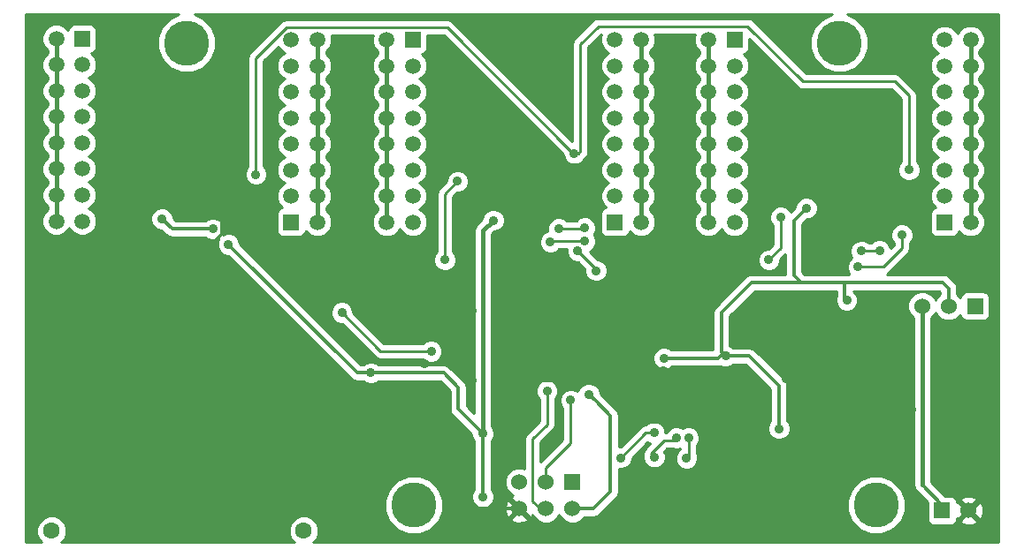
<source format=gbl>
G04 (created by PCBNEW (2013-07-07 BZR 4022)-stable) date 01/05/2014 03:57:46 PM*
%MOIN*%
G04 Gerber Fmt 3.4, Leading zero omitted, Abs format*
%FSLAX34Y34*%
G01*
G70*
G90*
G04 APERTURE LIST*
%ADD10C,0.00590551*%
%ADD11C,0.0590551*%
%ADD12R,0.0590551X0.0590551*%
%ADD13R,0.06X0.06*%
%ADD14C,0.06*%
%ADD15C,0.0629921*%
%ADD16C,0.17*%
%ADD17C,0.035*%
%ADD18C,0.01*%
%ADD19C,0.0137795*%
%ADD20C,0.015748*%
G04 APERTURE END LIST*
G54D10*
G54D11*
X68897Y-50748D03*
X69881Y-50748D03*
X68897Y-51732D03*
X69881Y-51732D03*
X68897Y-52716D03*
X69881Y-52716D03*
X68897Y-53700D03*
X69881Y-53700D03*
X68897Y-54685D03*
X69881Y-54685D03*
X68897Y-55669D03*
X69881Y-55669D03*
X68897Y-56653D03*
X69881Y-56653D03*
G54D12*
X68897Y-57637D03*
G54D11*
X69881Y-57637D03*
X73484Y-57637D03*
X72500Y-57637D03*
X73484Y-56653D03*
X72500Y-56653D03*
X73484Y-55669D03*
X72500Y-55669D03*
X73484Y-54685D03*
X72500Y-54685D03*
X73484Y-53700D03*
X72500Y-53700D03*
X73484Y-52716D03*
X72500Y-52716D03*
X73484Y-51732D03*
X72500Y-51732D03*
G54D12*
X73484Y-50748D03*
G54D11*
X72500Y-50748D03*
G54D13*
X79503Y-67452D03*
G54D14*
X79503Y-68452D03*
X78503Y-67452D03*
X78503Y-68452D03*
X77503Y-67452D03*
X77503Y-68452D03*
G54D13*
X93437Y-68523D03*
G54D14*
X94437Y-68523D03*
G54D11*
X61023Y-57598D03*
X60039Y-57598D03*
X61023Y-56614D03*
X60039Y-56614D03*
X61023Y-55629D03*
X60039Y-55629D03*
X61023Y-54645D03*
X60039Y-54645D03*
X61023Y-53661D03*
X60039Y-53661D03*
X61023Y-52677D03*
X60039Y-52677D03*
X61023Y-51692D03*
X60039Y-51692D03*
G54D12*
X61023Y-50708D03*
G54D11*
X60039Y-50708D03*
X81102Y-50748D03*
X82086Y-50748D03*
X81102Y-51732D03*
X82086Y-51732D03*
X81102Y-52716D03*
X82086Y-52716D03*
X81102Y-53700D03*
X82086Y-53700D03*
X81102Y-54685D03*
X82086Y-54685D03*
X81102Y-55669D03*
X82086Y-55669D03*
X81102Y-56653D03*
X82086Y-56653D03*
G54D12*
X81102Y-57637D03*
G54D11*
X82086Y-57637D03*
X85610Y-57637D03*
X84625Y-57637D03*
X85610Y-56653D03*
X84625Y-56653D03*
X85610Y-55669D03*
X84625Y-55669D03*
X85610Y-54685D03*
X84625Y-54685D03*
X85610Y-53700D03*
X84625Y-53700D03*
X85610Y-52716D03*
X84625Y-52716D03*
X85610Y-51732D03*
X84625Y-51732D03*
G54D12*
X85610Y-50748D03*
G54D11*
X84625Y-50748D03*
X93523Y-50748D03*
X94507Y-50748D03*
X93523Y-51732D03*
X94507Y-51732D03*
X93523Y-52716D03*
X94507Y-52716D03*
X93523Y-53700D03*
X94507Y-53700D03*
X93523Y-54685D03*
X94507Y-54685D03*
X93523Y-55669D03*
X94507Y-55669D03*
X93523Y-56653D03*
X94507Y-56653D03*
G54D12*
X93523Y-57637D03*
G54D11*
X94507Y-57637D03*
G54D13*
X94681Y-60807D03*
G54D14*
X93681Y-60807D03*
X92681Y-60807D03*
G54D15*
X69370Y-69291D03*
X59862Y-69291D03*
G54D16*
X64960Y-50866D03*
X89566Y-50866D03*
X73523Y-68326D03*
X90944Y-68326D03*
G54D17*
X91072Y-58710D03*
X90393Y-58730D03*
X79970Y-58356D03*
X78671Y-58385D03*
X83415Y-65787D03*
X82588Y-66505D03*
X83877Y-65787D03*
X83799Y-66545D03*
X86901Y-59062D03*
X87352Y-57450D03*
X74693Y-59062D03*
X75168Y-56096D03*
X92185Y-55659D03*
X79566Y-55039D03*
X67566Y-55832D03*
X78543Y-64015D03*
X82578Y-65590D03*
X81318Y-66535D03*
X79438Y-64360D03*
X79960Y-57854D03*
X78986Y-57874D03*
X74173Y-62514D03*
X70807Y-61054D03*
X87283Y-65433D03*
X80118Y-64133D03*
X76122Y-68011D03*
X89842Y-60580D03*
X88316Y-57106D03*
X71899Y-63326D03*
X76122Y-65620D03*
X64025Y-57509D03*
X65944Y-57893D03*
X66535Y-58484D03*
X82952Y-62775D03*
X85275Y-62696D03*
X76515Y-57565D03*
X91919Y-58120D03*
X90265Y-59330D03*
X79704Y-58730D03*
X80393Y-59468D03*
X81003Y-69212D03*
X92283Y-64724D03*
X87559Y-63543D03*
X89803Y-62539D03*
X90954Y-56663D03*
X75718Y-60994D03*
X73927Y-62982D03*
X75708Y-63612D03*
X80482Y-63631D03*
X76968Y-63661D03*
X90344Y-57942D03*
X82933Y-63248D03*
X85118Y-63582D03*
X78779Y-56614D03*
X66299Y-56692D03*
X65393Y-58503D03*
X62401Y-60236D03*
X93287Y-61830D03*
X94625Y-64744D03*
X78223Y-57811D03*
G54D18*
X90413Y-58710D02*
X91072Y-58710D01*
X90393Y-58730D02*
X90413Y-58710D01*
X78700Y-58356D02*
X79970Y-58356D01*
X78671Y-58385D02*
X78700Y-58356D01*
X83307Y-65895D02*
X82942Y-65895D01*
X83415Y-65787D02*
X83307Y-65895D01*
X82460Y-66377D02*
X82588Y-66505D01*
X82942Y-65895D02*
X82460Y-66377D01*
X83877Y-65787D02*
X83877Y-66466D01*
X83877Y-66466D02*
X83799Y-66545D01*
X83789Y-66545D02*
X83799Y-66545D01*
X87352Y-58612D02*
X87352Y-57450D01*
X86901Y-59062D02*
X87352Y-58612D01*
X75168Y-56096D02*
X74693Y-56571D01*
X74693Y-56571D02*
X74693Y-59062D01*
X79566Y-55039D02*
X79724Y-55039D01*
X92185Y-55177D02*
X92185Y-55659D01*
X79803Y-50905D02*
X79803Y-54212D01*
X80472Y-50236D02*
X79803Y-50905D01*
X86102Y-50236D02*
X80472Y-50236D01*
X88188Y-52322D02*
X86102Y-50236D01*
X91653Y-52322D02*
X88188Y-52322D01*
X92185Y-52854D02*
X91653Y-52322D01*
X79803Y-54960D02*
X79803Y-54212D01*
X92185Y-55177D02*
X92185Y-52854D01*
X79724Y-55039D02*
X79803Y-54960D01*
X74685Y-50287D02*
X74775Y-50287D01*
X79527Y-55039D02*
X79566Y-55039D01*
X74775Y-50287D02*
X79527Y-55039D01*
X68713Y-50287D02*
X67566Y-51434D01*
X67566Y-51434D02*
X67566Y-55832D01*
X74696Y-50287D02*
X74685Y-50287D01*
X74685Y-50287D02*
X73989Y-50287D01*
X73989Y-50287D02*
X68713Y-50287D01*
X78503Y-68452D02*
X78275Y-68452D01*
X78543Y-65275D02*
X78543Y-64015D01*
X77992Y-65826D02*
X78543Y-65275D01*
X77992Y-68169D02*
X77992Y-65826D01*
X78275Y-68452D02*
X77992Y-68169D01*
X82578Y-65590D02*
X82263Y-65590D01*
X82263Y-65590D02*
X81318Y-66535D01*
X78503Y-67452D02*
X78503Y-66909D01*
X79438Y-65974D02*
X79438Y-64360D01*
X78503Y-66909D02*
X79438Y-65974D01*
X79960Y-57854D02*
X79940Y-57874D01*
X79940Y-57874D02*
X78986Y-57874D01*
X72266Y-62514D02*
X74173Y-62514D01*
X70807Y-61054D02*
X72266Y-62514D01*
G54D19*
X85275Y-62696D02*
X86161Y-62696D01*
X87283Y-63818D02*
X87283Y-65433D01*
X86161Y-62696D02*
X87283Y-63818D01*
X80374Y-64389D02*
X80925Y-64940D01*
X80118Y-64133D02*
X80374Y-64389D01*
X80287Y-68452D02*
X79503Y-68452D01*
X80925Y-67814D02*
X80287Y-68452D01*
X80925Y-64940D02*
X80925Y-67814D01*
X75196Y-63877D02*
X75196Y-64695D01*
X75196Y-63877D02*
X74645Y-63326D01*
X71899Y-63326D02*
X74645Y-63326D01*
X75196Y-64695D02*
X76122Y-65620D01*
X76122Y-68011D02*
X76122Y-65620D01*
X89763Y-60501D02*
X89763Y-59921D01*
X89842Y-60580D02*
X89763Y-60501D01*
X87844Y-59635D02*
X88129Y-59921D01*
X87844Y-57578D02*
X87844Y-59635D01*
X88316Y-57106D02*
X87844Y-57578D01*
X64025Y-57509D02*
X64409Y-57893D01*
X64409Y-57893D02*
X65944Y-57893D01*
X66535Y-58484D02*
X71377Y-63326D01*
X71377Y-63326D02*
X71899Y-63326D01*
X85275Y-62696D02*
X85078Y-62696D01*
X85000Y-62775D02*
X82952Y-62775D01*
X85078Y-62696D02*
X85000Y-62775D01*
X85118Y-62381D02*
X85118Y-62539D01*
X85118Y-62539D02*
X85275Y-62696D01*
X85118Y-62381D02*
X85118Y-61062D01*
X85118Y-61062D02*
X86259Y-59921D01*
X86259Y-59921D02*
X88129Y-59921D01*
X93464Y-59921D02*
X89921Y-59921D01*
X93681Y-60137D02*
X93464Y-59921D01*
X88129Y-59921D02*
X89763Y-59921D01*
X89763Y-59921D02*
X89921Y-59921D01*
X93681Y-60137D02*
X93681Y-60807D01*
G54D20*
X76122Y-57958D02*
X76515Y-57565D01*
X76122Y-65620D02*
X76122Y-57958D01*
G54D19*
X93437Y-68523D02*
X93437Y-68318D01*
X93437Y-68318D02*
X92681Y-67562D01*
G54D20*
X92681Y-67562D02*
X92681Y-60807D01*
X94507Y-57637D02*
X94507Y-56653D01*
X94507Y-56653D02*
X94507Y-55669D01*
X94507Y-55669D02*
X94507Y-54685D01*
X94507Y-54685D02*
X94507Y-53700D01*
X94507Y-53700D02*
X94507Y-52716D01*
X94507Y-52716D02*
X94507Y-51732D01*
X94507Y-51732D02*
X94507Y-50748D01*
X84625Y-50748D02*
X84625Y-51732D01*
X84625Y-51732D02*
X84625Y-52716D01*
X84625Y-52716D02*
X84625Y-53700D01*
X84625Y-53700D02*
X84625Y-54685D01*
X84625Y-54685D02*
X84625Y-55669D01*
X84625Y-55669D02*
X84625Y-56653D01*
X84625Y-56653D02*
X84625Y-57637D01*
X82086Y-57637D02*
X82086Y-56653D01*
X82086Y-56653D02*
X82086Y-55669D01*
X82086Y-55669D02*
X82086Y-54685D01*
X82086Y-54685D02*
X82086Y-53700D01*
X82086Y-53700D02*
X82086Y-52716D01*
X82086Y-52716D02*
X82086Y-51732D01*
X82086Y-51732D02*
X82086Y-50748D01*
X60039Y-50708D02*
X60039Y-51692D01*
X60039Y-51692D02*
X60039Y-52677D01*
X60039Y-52677D02*
X60039Y-53661D01*
X60039Y-53661D02*
X60039Y-54645D01*
X60039Y-54645D02*
X60039Y-55629D01*
X60039Y-55629D02*
X60039Y-56614D01*
X60039Y-56614D02*
X60039Y-57598D01*
X72500Y-50748D02*
X72500Y-51732D01*
X72500Y-51732D02*
X72500Y-52716D01*
X72500Y-52716D02*
X72500Y-53700D01*
X72500Y-53700D02*
X72500Y-54685D01*
X72500Y-54685D02*
X72500Y-55669D01*
X72500Y-55669D02*
X72500Y-56653D01*
X72500Y-56653D02*
X72500Y-57637D01*
X69881Y-57637D02*
X69881Y-56653D01*
X69881Y-56653D02*
X69881Y-55669D01*
X69881Y-55669D02*
X69881Y-54685D01*
X69881Y-54685D02*
X69881Y-53700D01*
X69881Y-53700D02*
X69881Y-52716D01*
X69881Y-52716D02*
X69881Y-51732D01*
X69881Y-51732D02*
X69881Y-50748D01*
G54D18*
X91919Y-58120D02*
X91919Y-58631D01*
X91486Y-59064D02*
X91220Y-59330D01*
X91220Y-59330D02*
X90265Y-59330D01*
X91919Y-58631D02*
X91486Y-59064D01*
X79704Y-58730D02*
X80393Y-59419D01*
X80393Y-59419D02*
X80393Y-59468D01*
G54D19*
X77503Y-68452D02*
X75677Y-68452D01*
X64114Y-61043D02*
X63740Y-60669D01*
X68405Y-61043D02*
X64114Y-61043D01*
X69094Y-61732D02*
X68405Y-61043D01*
X69094Y-64862D02*
X69094Y-61732D01*
X70098Y-65866D02*
X69094Y-64862D01*
X73917Y-65866D02*
X70098Y-65866D01*
X74960Y-66909D02*
X73917Y-65866D01*
X74960Y-67736D02*
X74960Y-66909D01*
X75677Y-68452D02*
X74960Y-67736D01*
X77503Y-68452D02*
X77503Y-68468D01*
X78248Y-69212D02*
X81003Y-69212D01*
X77503Y-68468D02*
X78248Y-69212D01*
X94437Y-68523D02*
X94437Y-68496D01*
X94437Y-68496D02*
X95452Y-67480D01*
X76968Y-63661D02*
X76948Y-63661D01*
X76653Y-67602D02*
X77503Y-68452D01*
X76653Y-63956D02*
X76653Y-67602D01*
X76948Y-63661D02*
X76653Y-63956D01*
X77503Y-68452D02*
X77511Y-68452D01*
X90954Y-56663D02*
X91633Y-56663D01*
X92824Y-58976D02*
X93375Y-59527D01*
X92824Y-57854D02*
X92824Y-58976D01*
X91633Y-56663D02*
X92824Y-57854D01*
X89832Y-63543D02*
X91781Y-63543D01*
X92283Y-64045D02*
X92283Y-64724D01*
X91781Y-63543D02*
X92283Y-64045D01*
X87559Y-63543D02*
X89832Y-63543D01*
X89832Y-63543D02*
X89862Y-63543D01*
X89803Y-62539D02*
X89862Y-62598D01*
X89862Y-62598D02*
X89862Y-63543D01*
X90344Y-57273D02*
X90344Y-57942D01*
X90954Y-56663D02*
X90344Y-57273D01*
X75708Y-61003D02*
X75708Y-63612D01*
X75718Y-60994D02*
X75708Y-61003D01*
X73927Y-62982D02*
X73937Y-62972D01*
X73937Y-62972D02*
X75068Y-62972D01*
X75068Y-62972D02*
X75708Y-63612D01*
X80482Y-63631D02*
X78035Y-63631D01*
X76968Y-63661D02*
X76998Y-63631D01*
X76998Y-63631D02*
X78035Y-63631D01*
X94625Y-64744D02*
X94625Y-64114D01*
X94625Y-64114D02*
X95413Y-63326D01*
X95413Y-63326D02*
X95413Y-60492D01*
X95413Y-60492D02*
X94448Y-59527D01*
X94448Y-59527D02*
X93375Y-59527D01*
X84783Y-63248D02*
X82933Y-63248D01*
X85118Y-63582D02*
X84783Y-63248D01*
X78267Y-57125D02*
X78267Y-57767D01*
X78779Y-56614D02*
X78267Y-57125D01*
X78267Y-57767D02*
X78223Y-57811D01*
X65866Y-58503D02*
X65393Y-58503D01*
X66299Y-58070D02*
X65866Y-58503D01*
X66299Y-56692D02*
X66299Y-58070D01*
X63976Y-58700D02*
X65196Y-58700D01*
G54D20*
X63740Y-60669D02*
X63740Y-58937D01*
X63976Y-58700D02*
X63740Y-58937D01*
G54D19*
X65196Y-58700D02*
X65393Y-58503D01*
G54D20*
X63740Y-60669D02*
X63740Y-60669D01*
X62834Y-60669D02*
X63740Y-60669D01*
X62401Y-60236D02*
X62834Y-60669D01*
X93287Y-61830D02*
X94625Y-63169D01*
X94625Y-63169D02*
X94625Y-64744D01*
X95452Y-65570D02*
X94625Y-64744D01*
X95452Y-67480D02*
X95452Y-65570D01*
X78035Y-57999D02*
X78223Y-57811D01*
X78035Y-63631D02*
X78035Y-57999D01*
G54D10*
G36*
X95557Y-69730D02*
X95231Y-69730D01*
X95231Y-61057D01*
X95231Y-60457D01*
X95193Y-60365D01*
X95122Y-60295D01*
X95053Y-60266D01*
X95053Y-57529D01*
X94970Y-57329D01*
X94836Y-57195D01*
X94836Y-57095D01*
X94969Y-56962D01*
X95053Y-56762D01*
X95053Y-56545D01*
X94970Y-56345D01*
X94836Y-56211D01*
X94836Y-56111D01*
X94969Y-55978D01*
X95053Y-55778D01*
X95053Y-55561D01*
X94970Y-55360D01*
X94836Y-55226D01*
X94836Y-55127D01*
X94969Y-54994D01*
X95053Y-54793D01*
X95053Y-54577D01*
X94970Y-54376D01*
X94836Y-54242D01*
X94836Y-54143D01*
X94969Y-54010D01*
X95053Y-53809D01*
X95053Y-53592D01*
X94970Y-53392D01*
X94836Y-53258D01*
X94836Y-53158D01*
X94969Y-53025D01*
X95053Y-52825D01*
X95053Y-52608D01*
X94970Y-52408D01*
X94836Y-52274D01*
X94836Y-52174D01*
X94969Y-52041D01*
X95053Y-51841D01*
X95053Y-51624D01*
X94970Y-51423D01*
X94836Y-51289D01*
X94836Y-51190D01*
X94969Y-51057D01*
X95053Y-50856D01*
X95053Y-50640D01*
X94970Y-50439D01*
X94817Y-50286D01*
X94616Y-50202D01*
X94399Y-50202D01*
X94199Y-50285D01*
X94045Y-50438D01*
X94015Y-50511D01*
X93986Y-50439D01*
X93832Y-50286D01*
X93632Y-50202D01*
X93415Y-50202D01*
X93215Y-50285D01*
X93061Y-50438D01*
X92978Y-50639D01*
X92978Y-50856D01*
X93061Y-51056D01*
X93214Y-51210D01*
X93286Y-51240D01*
X93215Y-51269D01*
X93061Y-51423D01*
X92978Y-51623D01*
X92978Y-51840D01*
X93061Y-52040D01*
X93214Y-52194D01*
X93286Y-52224D01*
X93215Y-52254D01*
X93061Y-52407D01*
X92978Y-52607D01*
X92978Y-52824D01*
X93061Y-53025D01*
X93214Y-53178D01*
X93286Y-53208D01*
X93215Y-53238D01*
X93061Y-53391D01*
X92978Y-53591D01*
X92978Y-53808D01*
X93061Y-54009D01*
X93214Y-54162D01*
X93286Y-54192D01*
X93215Y-54222D01*
X93061Y-54375D01*
X92978Y-54576D01*
X92978Y-54793D01*
X93061Y-54993D01*
X93214Y-55147D01*
X93286Y-55177D01*
X93215Y-55206D01*
X93061Y-55360D01*
X92978Y-55560D01*
X92978Y-55777D01*
X93061Y-55977D01*
X93214Y-56131D01*
X93286Y-56161D01*
X93215Y-56191D01*
X93061Y-56344D01*
X92978Y-56544D01*
X92978Y-56761D01*
X93061Y-56962D01*
X93191Y-57092D01*
X93178Y-57092D01*
X93086Y-57130D01*
X93016Y-57200D01*
X92978Y-57292D01*
X92978Y-57392D01*
X92978Y-57982D01*
X93016Y-58074D01*
X93086Y-58144D01*
X93178Y-58183D01*
X93277Y-58183D01*
X93868Y-58183D01*
X93960Y-58145D01*
X94030Y-58074D01*
X94068Y-57983D01*
X94068Y-57969D01*
X94198Y-58099D01*
X94398Y-58182D01*
X94615Y-58183D01*
X94816Y-58100D01*
X94969Y-57947D01*
X95053Y-57746D01*
X95053Y-57529D01*
X95053Y-60266D01*
X95031Y-60257D01*
X94931Y-60257D01*
X94331Y-60257D01*
X94239Y-60295D01*
X94169Y-60365D01*
X94131Y-60457D01*
X94131Y-60479D01*
X94000Y-60348D01*
X94000Y-60137D01*
X93975Y-60015D01*
X93975Y-60015D01*
X93941Y-59964D01*
X93906Y-59912D01*
X93906Y-59912D01*
X93690Y-59695D01*
X93586Y-59626D01*
X93464Y-59602D01*
X92610Y-59602D01*
X92610Y-55575D01*
X92545Y-55419D01*
X92485Y-55358D01*
X92485Y-55177D01*
X92485Y-52854D01*
X92462Y-52739D01*
X92397Y-52642D01*
X92397Y-52642D01*
X91865Y-52110D01*
X91768Y-52045D01*
X91653Y-52022D01*
X88313Y-52022D01*
X86314Y-50024D01*
X86217Y-49959D01*
X86102Y-49936D01*
X80472Y-49936D01*
X80357Y-49959D01*
X80260Y-50024D01*
X79591Y-50693D01*
X79525Y-50790D01*
X79503Y-50905D01*
X79503Y-54212D01*
X79503Y-54590D01*
X74987Y-50074D01*
X74890Y-50009D01*
X74775Y-49987D01*
X74696Y-49987D01*
X74685Y-49987D01*
X73989Y-49987D01*
X68713Y-49987D01*
X68598Y-50009D01*
X68501Y-50074D01*
X67353Y-51222D01*
X67288Y-51319D01*
X67266Y-51434D01*
X67266Y-55531D01*
X67206Y-55591D01*
X67141Y-55748D01*
X67141Y-55917D01*
X67205Y-56073D01*
X67325Y-56193D01*
X67481Y-56257D01*
X67650Y-56258D01*
X67806Y-56193D01*
X67926Y-56074D01*
X67991Y-55917D01*
X67991Y-55748D01*
X67926Y-55592D01*
X67866Y-55531D01*
X67866Y-51558D01*
X68415Y-51009D01*
X68435Y-51056D01*
X68588Y-51210D01*
X68660Y-51240D01*
X68589Y-51269D01*
X68435Y-51423D01*
X68352Y-51623D01*
X68352Y-51840D01*
X68435Y-52040D01*
X68588Y-52194D01*
X68660Y-52224D01*
X68589Y-52254D01*
X68435Y-52407D01*
X68352Y-52607D01*
X68352Y-52824D01*
X68435Y-53025D01*
X68588Y-53178D01*
X68660Y-53208D01*
X68589Y-53238D01*
X68435Y-53391D01*
X68352Y-53591D01*
X68352Y-53808D01*
X68435Y-54009D01*
X68588Y-54162D01*
X68660Y-54192D01*
X68589Y-54222D01*
X68435Y-54375D01*
X68352Y-54576D01*
X68352Y-54793D01*
X68435Y-54993D01*
X68588Y-55147D01*
X68660Y-55177D01*
X68589Y-55206D01*
X68435Y-55360D01*
X68352Y-55560D01*
X68352Y-55777D01*
X68435Y-55977D01*
X68588Y-56131D01*
X68660Y-56161D01*
X68589Y-56191D01*
X68435Y-56344D01*
X68352Y-56544D01*
X68352Y-56761D01*
X68435Y-56962D01*
X68565Y-57092D01*
X68552Y-57092D01*
X68460Y-57130D01*
X68390Y-57200D01*
X68352Y-57292D01*
X68352Y-57392D01*
X68352Y-57982D01*
X68390Y-58074D01*
X68460Y-58144D01*
X68552Y-58183D01*
X68651Y-58183D01*
X69242Y-58183D01*
X69334Y-58145D01*
X69404Y-58074D01*
X69442Y-57983D01*
X69442Y-57969D01*
X69572Y-58099D01*
X69772Y-58182D01*
X69989Y-58183D01*
X70190Y-58100D01*
X70343Y-57947D01*
X70427Y-57746D01*
X70427Y-57529D01*
X70344Y-57329D01*
X70210Y-57195D01*
X70210Y-57095D01*
X70343Y-56962D01*
X70427Y-56762D01*
X70427Y-56545D01*
X70344Y-56345D01*
X70210Y-56211D01*
X70210Y-56111D01*
X70343Y-55978D01*
X70427Y-55778D01*
X70427Y-55561D01*
X70344Y-55360D01*
X70210Y-55226D01*
X70210Y-55127D01*
X70343Y-54994D01*
X70427Y-54793D01*
X70427Y-54577D01*
X70344Y-54376D01*
X70210Y-54242D01*
X70210Y-54143D01*
X70343Y-54010D01*
X70427Y-53809D01*
X70427Y-53592D01*
X70344Y-53392D01*
X70210Y-53258D01*
X70210Y-53158D01*
X70343Y-53025D01*
X70427Y-52825D01*
X70427Y-52608D01*
X70344Y-52408D01*
X70210Y-52274D01*
X70210Y-52174D01*
X70343Y-52041D01*
X70427Y-51841D01*
X70427Y-51624D01*
X70344Y-51423D01*
X70210Y-51289D01*
X70210Y-51190D01*
X70343Y-51057D01*
X70427Y-50856D01*
X70427Y-50640D01*
X70405Y-50587D01*
X71976Y-50587D01*
X71954Y-50639D01*
X71954Y-50856D01*
X72037Y-51056D01*
X72171Y-51190D01*
X72171Y-51289D01*
X72038Y-51423D01*
X71954Y-51623D01*
X71954Y-51840D01*
X72037Y-52040D01*
X72171Y-52174D01*
X72171Y-52274D01*
X72038Y-52407D01*
X71954Y-52607D01*
X71954Y-52824D01*
X72037Y-53025D01*
X72171Y-53159D01*
X72171Y-53258D01*
X72038Y-53391D01*
X71954Y-53591D01*
X71954Y-53808D01*
X72037Y-54009D01*
X72171Y-54143D01*
X72171Y-54242D01*
X72038Y-54375D01*
X71954Y-54576D01*
X71954Y-54793D01*
X72037Y-54993D01*
X72171Y-55127D01*
X72171Y-55226D01*
X72038Y-55360D01*
X71954Y-55560D01*
X71954Y-55777D01*
X72037Y-55977D01*
X72171Y-56111D01*
X72171Y-56211D01*
X72038Y-56344D01*
X71954Y-56544D01*
X71954Y-56761D01*
X72037Y-56962D01*
X72171Y-57096D01*
X72171Y-57195D01*
X72038Y-57328D01*
X71954Y-57528D01*
X71954Y-57745D01*
X72037Y-57946D01*
X72190Y-58099D01*
X72391Y-58182D01*
X72607Y-58183D01*
X72808Y-58100D01*
X72961Y-57947D01*
X72992Y-57874D01*
X73021Y-57946D01*
X73174Y-58099D01*
X73375Y-58182D01*
X73592Y-58183D01*
X73792Y-58100D01*
X73946Y-57947D01*
X74029Y-57746D01*
X74029Y-57529D01*
X73946Y-57329D01*
X73793Y-57175D01*
X73721Y-57145D01*
X73792Y-57116D01*
X73946Y-56962D01*
X74029Y-56762D01*
X74029Y-56545D01*
X73946Y-56345D01*
X73793Y-56191D01*
X73721Y-56161D01*
X73792Y-56131D01*
X73946Y-55978D01*
X74029Y-55778D01*
X74029Y-55561D01*
X73946Y-55360D01*
X73793Y-55207D01*
X73721Y-55177D01*
X73792Y-55147D01*
X73946Y-54994D01*
X74029Y-54793D01*
X74029Y-54577D01*
X73946Y-54376D01*
X73793Y-54223D01*
X73721Y-54192D01*
X73792Y-54163D01*
X73946Y-54010D01*
X74029Y-53809D01*
X74029Y-53592D01*
X73946Y-53392D01*
X73793Y-53238D01*
X73721Y-53208D01*
X73792Y-53179D01*
X73946Y-53025D01*
X74029Y-52825D01*
X74029Y-52608D01*
X73946Y-52408D01*
X73793Y-52254D01*
X73721Y-52224D01*
X73792Y-52194D01*
X73946Y-52041D01*
X74029Y-51841D01*
X74029Y-51624D01*
X73946Y-51423D01*
X73816Y-51293D01*
X73829Y-51293D01*
X73920Y-51255D01*
X73991Y-51185D01*
X74029Y-51093D01*
X74029Y-50993D01*
X74029Y-50587D01*
X74651Y-50587D01*
X79141Y-55077D01*
X79141Y-55123D01*
X79206Y-55279D01*
X79325Y-55399D01*
X79482Y-55464D01*
X79651Y-55464D01*
X79807Y-55399D01*
X79927Y-55280D01*
X79940Y-55247D01*
X80015Y-55172D01*
X80015Y-55172D01*
X80080Y-55075D01*
X80103Y-54960D01*
X80103Y-54960D01*
X80103Y-54212D01*
X80103Y-51029D01*
X80596Y-50536D01*
X80599Y-50536D01*
X80557Y-50639D01*
X80556Y-50856D01*
X80639Y-51056D01*
X80793Y-51210D01*
X80865Y-51240D01*
X80793Y-51269D01*
X80640Y-51423D01*
X80557Y-51623D01*
X80556Y-51840D01*
X80639Y-52040D01*
X80793Y-52194D01*
X80865Y-52224D01*
X80793Y-52254D01*
X80640Y-52407D01*
X80557Y-52607D01*
X80556Y-52824D01*
X80639Y-53025D01*
X80793Y-53178D01*
X80865Y-53208D01*
X80793Y-53238D01*
X80640Y-53391D01*
X80557Y-53591D01*
X80556Y-53808D01*
X80639Y-54009D01*
X80793Y-54162D01*
X80865Y-54192D01*
X80793Y-54222D01*
X80640Y-54375D01*
X80557Y-54576D01*
X80556Y-54793D01*
X80639Y-54993D01*
X80793Y-55147D01*
X80865Y-55177D01*
X80793Y-55206D01*
X80640Y-55360D01*
X80557Y-55560D01*
X80556Y-55777D01*
X80639Y-55977D01*
X80793Y-56131D01*
X80865Y-56161D01*
X80793Y-56191D01*
X80640Y-56344D01*
X80557Y-56544D01*
X80556Y-56761D01*
X80639Y-56962D01*
X80770Y-57092D01*
X80757Y-57092D01*
X80665Y-57130D01*
X80595Y-57200D01*
X80557Y-57292D01*
X80557Y-57392D01*
X80557Y-57982D01*
X80595Y-58074D01*
X80665Y-58144D01*
X80757Y-58183D01*
X80856Y-58183D01*
X81447Y-58183D01*
X81539Y-58145D01*
X81609Y-58074D01*
X81647Y-57983D01*
X81647Y-57969D01*
X81777Y-58099D01*
X81977Y-58182D01*
X82194Y-58183D01*
X82395Y-58100D01*
X82548Y-57947D01*
X82631Y-57746D01*
X82631Y-57529D01*
X82549Y-57329D01*
X82415Y-57195D01*
X82415Y-57095D01*
X82548Y-56962D01*
X82631Y-56762D01*
X82631Y-56545D01*
X82549Y-56345D01*
X82415Y-56211D01*
X82415Y-56111D01*
X82548Y-55978D01*
X82631Y-55778D01*
X82631Y-55561D01*
X82549Y-55360D01*
X82415Y-55226D01*
X82415Y-55127D01*
X82548Y-54994D01*
X82631Y-54793D01*
X82631Y-54577D01*
X82549Y-54376D01*
X82415Y-54242D01*
X82415Y-54143D01*
X82548Y-54010D01*
X82631Y-53809D01*
X82631Y-53592D01*
X82549Y-53392D01*
X82415Y-53258D01*
X82415Y-53158D01*
X82548Y-53025D01*
X82631Y-52825D01*
X82631Y-52608D01*
X82549Y-52408D01*
X82415Y-52274D01*
X82415Y-52174D01*
X82548Y-52041D01*
X82631Y-51841D01*
X82631Y-51624D01*
X82549Y-51423D01*
X82415Y-51289D01*
X82415Y-51190D01*
X82548Y-51057D01*
X82631Y-50856D01*
X82631Y-50640D01*
X82589Y-50536D01*
X84123Y-50536D01*
X84080Y-50639D01*
X84080Y-50856D01*
X84163Y-51056D01*
X84297Y-51190D01*
X84297Y-51289D01*
X84163Y-51423D01*
X84080Y-51623D01*
X84080Y-51840D01*
X84163Y-52040D01*
X84297Y-52174D01*
X84297Y-52274D01*
X84163Y-52407D01*
X84080Y-52607D01*
X84080Y-52824D01*
X84163Y-53025D01*
X84297Y-53159D01*
X84297Y-53258D01*
X84163Y-53391D01*
X84080Y-53591D01*
X84080Y-53808D01*
X84163Y-54009D01*
X84297Y-54143D01*
X84297Y-54242D01*
X84163Y-54375D01*
X84080Y-54576D01*
X84080Y-54793D01*
X84163Y-54993D01*
X84297Y-55127D01*
X84297Y-55226D01*
X84163Y-55360D01*
X84080Y-55560D01*
X84080Y-55777D01*
X84163Y-55977D01*
X84297Y-56111D01*
X84297Y-56211D01*
X84163Y-56344D01*
X84080Y-56544D01*
X84080Y-56761D01*
X84163Y-56962D01*
X84297Y-57096D01*
X84297Y-57195D01*
X84163Y-57328D01*
X84080Y-57528D01*
X84080Y-57745D01*
X84163Y-57946D01*
X84316Y-58099D01*
X84517Y-58182D01*
X84733Y-58183D01*
X84934Y-58100D01*
X85087Y-57947D01*
X85118Y-57874D01*
X85147Y-57946D01*
X85300Y-58099D01*
X85501Y-58182D01*
X85718Y-58183D01*
X85918Y-58100D01*
X86072Y-57947D01*
X86155Y-57746D01*
X86155Y-57529D01*
X86072Y-57329D01*
X85919Y-57175D01*
X85847Y-57145D01*
X85918Y-57116D01*
X86072Y-56962D01*
X86155Y-56762D01*
X86155Y-56545D01*
X86072Y-56345D01*
X85919Y-56191D01*
X85847Y-56161D01*
X85918Y-56131D01*
X86072Y-55978D01*
X86155Y-55778D01*
X86155Y-55561D01*
X86072Y-55360D01*
X85919Y-55207D01*
X85847Y-55177D01*
X85918Y-55147D01*
X86072Y-54994D01*
X86155Y-54793D01*
X86155Y-54577D01*
X86072Y-54376D01*
X85919Y-54223D01*
X85847Y-54192D01*
X85918Y-54163D01*
X86072Y-54010D01*
X86155Y-53809D01*
X86155Y-53592D01*
X86072Y-53392D01*
X85919Y-53238D01*
X85847Y-53208D01*
X85918Y-53179D01*
X86072Y-53025D01*
X86155Y-52825D01*
X86155Y-52608D01*
X86072Y-52408D01*
X85919Y-52254D01*
X85847Y-52224D01*
X85918Y-52194D01*
X86072Y-52041D01*
X86155Y-51841D01*
X86155Y-51624D01*
X86072Y-51423D01*
X85942Y-51293D01*
X85955Y-51293D01*
X86046Y-51255D01*
X86117Y-51185D01*
X86155Y-51093D01*
X86155Y-50993D01*
X86155Y-50713D01*
X87976Y-52534D01*
X87976Y-52534D01*
X88074Y-52599D01*
X88188Y-52622D01*
X88188Y-52622D01*
X91529Y-52622D01*
X91885Y-52978D01*
X91885Y-55177D01*
X91885Y-55358D01*
X91824Y-55418D01*
X91760Y-55574D01*
X91759Y-55743D01*
X91824Y-55899D01*
X91943Y-56019D01*
X92100Y-56084D01*
X92269Y-56084D01*
X92425Y-56019D01*
X92545Y-55900D01*
X92609Y-55744D01*
X92610Y-55575D01*
X92610Y-59602D01*
X91343Y-59602D01*
X91432Y-59542D01*
X91698Y-59277D01*
X92131Y-58844D01*
X92131Y-58844D01*
X92196Y-58746D01*
X92219Y-58631D01*
X92219Y-58631D01*
X92219Y-58421D01*
X92279Y-58361D01*
X92344Y-58204D01*
X92344Y-58035D01*
X92279Y-57879D01*
X92160Y-57759D01*
X92004Y-57695D01*
X91835Y-57695D01*
X91678Y-57759D01*
X91559Y-57879D01*
X91494Y-58035D01*
X91494Y-58204D01*
X91558Y-58360D01*
X91619Y-58421D01*
X91619Y-58507D01*
X91497Y-58629D01*
X91497Y-58626D01*
X91433Y-58470D01*
X91313Y-58350D01*
X91157Y-58285D01*
X90988Y-58285D01*
X90832Y-58350D01*
X90771Y-58410D01*
X90675Y-58410D01*
X90634Y-58370D01*
X90478Y-58305D01*
X90309Y-58305D01*
X90153Y-58369D01*
X90033Y-58489D01*
X89968Y-58645D01*
X89968Y-58814D01*
X90031Y-58967D01*
X90025Y-58970D01*
X89905Y-59089D01*
X89840Y-59245D01*
X89840Y-59414D01*
X89905Y-59571D01*
X89936Y-59602D01*
X89921Y-59602D01*
X89763Y-59602D01*
X88262Y-59602D01*
X88163Y-59503D01*
X88163Y-57710D01*
X88342Y-57531D01*
X88401Y-57531D01*
X88557Y-57466D01*
X88677Y-57347D01*
X88741Y-57191D01*
X88742Y-57022D01*
X88677Y-56865D01*
X88557Y-56746D01*
X88401Y-56681D01*
X88232Y-56681D01*
X88076Y-56745D01*
X87956Y-56865D01*
X87892Y-57021D01*
X87891Y-57080D01*
X87727Y-57245D01*
X87712Y-57210D01*
X87593Y-57090D01*
X87437Y-57025D01*
X87268Y-57025D01*
X87111Y-57090D01*
X86992Y-57209D01*
X86927Y-57365D01*
X86927Y-57534D01*
X86991Y-57691D01*
X87052Y-57751D01*
X87052Y-58487D01*
X86902Y-58637D01*
X86817Y-58637D01*
X86661Y-58702D01*
X86541Y-58821D01*
X86477Y-58977D01*
X86476Y-59146D01*
X86541Y-59303D01*
X86660Y-59422D01*
X86817Y-59487D01*
X86986Y-59487D01*
X87142Y-59423D01*
X87262Y-59303D01*
X87326Y-59147D01*
X87326Y-59061D01*
X87525Y-58863D01*
X87525Y-59602D01*
X86259Y-59602D01*
X86137Y-59626D01*
X86086Y-59661D01*
X86034Y-59695D01*
X84892Y-60837D01*
X84823Y-60940D01*
X84799Y-61062D01*
X84799Y-62381D01*
X84799Y-62456D01*
X83234Y-62456D01*
X83193Y-62415D01*
X83037Y-62350D01*
X82868Y-62350D01*
X82712Y-62415D01*
X82592Y-62534D01*
X82527Y-62690D01*
X82527Y-62859D01*
X82592Y-63016D01*
X82711Y-63135D01*
X82867Y-63200D01*
X83036Y-63200D01*
X83193Y-63136D01*
X83234Y-63094D01*
X85000Y-63094D01*
X85000Y-63094D01*
X85084Y-63077D01*
X85190Y-63121D01*
X85359Y-63121D01*
X85516Y-63057D01*
X85557Y-63015D01*
X86029Y-63015D01*
X86964Y-63950D01*
X86964Y-65150D01*
X86923Y-65192D01*
X86858Y-65348D01*
X86858Y-65517D01*
X86922Y-65673D01*
X87042Y-65793D01*
X87198Y-65857D01*
X87367Y-65858D01*
X87523Y-65793D01*
X87643Y-65674D01*
X87708Y-65517D01*
X87708Y-65348D01*
X87643Y-65192D01*
X87602Y-65150D01*
X87602Y-63818D01*
X87578Y-63696D01*
X87578Y-63696D01*
X87543Y-63645D01*
X87508Y-63593D01*
X87508Y-63593D01*
X86386Y-62471D01*
X86283Y-62402D01*
X86161Y-62377D01*
X85557Y-62377D01*
X85516Y-62336D01*
X85437Y-62303D01*
X85437Y-61195D01*
X86391Y-60240D01*
X88129Y-60240D01*
X89444Y-60240D01*
X89444Y-60430D01*
X89417Y-60495D01*
X89417Y-60664D01*
X89482Y-60821D01*
X89601Y-60940D01*
X89757Y-61005D01*
X89926Y-61005D01*
X90082Y-60941D01*
X90202Y-60821D01*
X90267Y-60665D01*
X90267Y-60496D01*
X90203Y-60340D01*
X90103Y-60240D01*
X93332Y-60240D01*
X93362Y-60269D01*
X93362Y-60348D01*
X93215Y-60495D01*
X93181Y-60576D01*
X93147Y-60495D01*
X92993Y-60341D01*
X92790Y-60257D01*
X92572Y-60256D01*
X92369Y-60340D01*
X92215Y-60495D01*
X92131Y-60697D01*
X92131Y-60916D01*
X92214Y-61118D01*
X92352Y-61256D01*
X92352Y-67562D01*
X92377Y-67688D01*
X92448Y-67795D01*
X92490Y-67823D01*
X92887Y-68219D01*
X92886Y-68273D01*
X92886Y-68873D01*
X92924Y-68965D01*
X92995Y-69035D01*
X93087Y-69073D01*
X93186Y-69073D01*
X93786Y-69073D01*
X93878Y-69035D01*
X93948Y-68965D01*
X93986Y-68873D01*
X93987Y-68820D01*
X94051Y-68838D01*
X94366Y-68523D01*
X94051Y-68208D01*
X93987Y-68226D01*
X93987Y-68174D01*
X93949Y-68082D01*
X93878Y-68011D01*
X93786Y-67973D01*
X93687Y-67973D01*
X93542Y-67973D01*
X93009Y-67440D01*
X93009Y-61256D01*
X93147Y-61119D01*
X93181Y-61037D01*
X93214Y-61118D01*
X93369Y-61273D01*
X93571Y-61356D01*
X93790Y-61357D01*
X93992Y-61273D01*
X94131Y-61135D01*
X94131Y-61156D01*
X94169Y-61248D01*
X94239Y-61318D01*
X94331Y-61357D01*
X94430Y-61357D01*
X95030Y-61357D01*
X95122Y-61319D01*
X95192Y-61248D01*
X95231Y-61157D01*
X95231Y-61057D01*
X95231Y-69730D01*
X94991Y-69730D01*
X94991Y-68605D01*
X94980Y-68386D01*
X94918Y-68235D01*
X94822Y-68208D01*
X94752Y-68279D01*
X94752Y-68137D01*
X94724Y-68042D01*
X94518Y-67968D01*
X94300Y-67979D01*
X94149Y-68042D01*
X94121Y-68137D01*
X94437Y-68452D01*
X94752Y-68137D01*
X94752Y-68279D01*
X94507Y-68523D01*
X94822Y-68838D01*
X94918Y-68811D01*
X94991Y-68605D01*
X94991Y-69730D01*
X94752Y-69730D01*
X94752Y-68909D01*
X94437Y-68594D01*
X94121Y-68909D01*
X94149Y-69004D01*
X94355Y-69078D01*
X94573Y-69067D01*
X94724Y-69004D01*
X94752Y-68909D01*
X94752Y-69730D01*
X92045Y-69730D01*
X92045Y-68108D01*
X91877Y-67704D01*
X91568Y-67394D01*
X91164Y-67226D01*
X90727Y-67226D01*
X90322Y-67393D01*
X90012Y-67702D01*
X89845Y-68107D01*
X89844Y-68544D01*
X90011Y-68949D01*
X90320Y-69258D01*
X90725Y-69426D01*
X91162Y-69426D01*
X91567Y-69259D01*
X91876Y-68950D01*
X92044Y-68546D01*
X92045Y-68108D01*
X92045Y-69730D01*
X84303Y-69730D01*
X84303Y-65703D01*
X84238Y-65546D01*
X84119Y-65427D01*
X83962Y-65362D01*
X83793Y-65362D01*
X83646Y-65423D01*
X83500Y-65362D01*
X83331Y-65362D01*
X83174Y-65426D01*
X83055Y-65546D01*
X83034Y-65595D01*
X83003Y-65595D01*
X83003Y-65506D01*
X82939Y-65350D01*
X82819Y-65230D01*
X82663Y-65165D01*
X82494Y-65165D01*
X82338Y-65230D01*
X82277Y-65290D01*
X82263Y-65290D01*
X82148Y-65313D01*
X82051Y-65378D01*
X81319Y-66110D01*
X81244Y-66110D01*
X81244Y-64940D01*
X81244Y-64940D01*
X81219Y-64818D01*
X81150Y-64715D01*
X81150Y-64715D01*
X80818Y-64383D01*
X80818Y-59384D01*
X80754Y-59228D01*
X80634Y-59108D01*
X80478Y-59043D01*
X80442Y-59043D01*
X80143Y-58744D01*
X80210Y-58716D01*
X80330Y-58597D01*
X80395Y-58441D01*
X80395Y-58272D01*
X80330Y-58115D01*
X80315Y-58100D01*
X80320Y-58095D01*
X80385Y-57939D01*
X80385Y-57770D01*
X80321Y-57613D01*
X80201Y-57494D01*
X80045Y-57429D01*
X79876Y-57429D01*
X79720Y-57493D01*
X79639Y-57574D01*
X79287Y-57574D01*
X79227Y-57513D01*
X79071Y-57449D01*
X78902Y-57448D01*
X78745Y-57513D01*
X78626Y-57632D01*
X78561Y-57789D01*
X78561Y-57958D01*
X78565Y-57969D01*
X78430Y-58025D01*
X78311Y-58144D01*
X78246Y-58300D01*
X78246Y-58469D01*
X78310Y-58626D01*
X78430Y-58745D01*
X78586Y-58810D01*
X78755Y-58810D01*
X78911Y-58746D01*
X79001Y-58656D01*
X79279Y-58656D01*
X79279Y-58814D01*
X79344Y-58970D01*
X79463Y-59090D01*
X79619Y-59155D01*
X79705Y-59155D01*
X79968Y-59418D01*
X79968Y-59552D01*
X80033Y-59708D01*
X80152Y-59828D01*
X80308Y-59893D01*
X80477Y-59893D01*
X80634Y-59829D01*
X80753Y-59709D01*
X80818Y-59553D01*
X80818Y-59384D01*
X80818Y-64383D01*
X80599Y-64164D01*
X80599Y-64164D01*
X80599Y-64164D01*
X80543Y-64107D01*
X80543Y-64049D01*
X80478Y-63893D01*
X80359Y-63773D01*
X80203Y-63708D01*
X80033Y-63708D01*
X79877Y-63773D01*
X79758Y-63892D01*
X79703Y-64023D01*
X79680Y-64000D01*
X79523Y-63935D01*
X79354Y-63935D01*
X79198Y-63999D01*
X79078Y-64119D01*
X79014Y-64275D01*
X79013Y-64444D01*
X79078Y-64600D01*
X79138Y-64661D01*
X79138Y-65850D01*
X78292Y-66696D01*
X78292Y-65951D01*
X78755Y-65487D01*
X78755Y-65487D01*
X78820Y-65390D01*
X78843Y-65275D01*
X78843Y-65275D01*
X78843Y-64316D01*
X78903Y-64256D01*
X78968Y-64100D01*
X78968Y-63931D01*
X78903Y-63775D01*
X78784Y-63655D01*
X78628Y-63590D01*
X78459Y-63590D01*
X78302Y-63655D01*
X78183Y-63774D01*
X78118Y-63930D01*
X78118Y-64099D01*
X78182Y-64256D01*
X78243Y-64316D01*
X78243Y-65151D01*
X77779Y-65614D01*
X77714Y-65711D01*
X77692Y-65826D01*
X77692Y-66935D01*
X77613Y-66902D01*
X77395Y-66902D01*
X77192Y-66986D01*
X77037Y-67140D01*
X76954Y-67342D01*
X76953Y-67561D01*
X77037Y-67763D01*
X77191Y-67918D01*
X77267Y-67950D01*
X77216Y-67971D01*
X77188Y-68066D01*
X77503Y-68382D01*
X77509Y-68376D01*
X77580Y-68447D01*
X77574Y-68452D01*
X77889Y-68767D01*
X77985Y-68740D01*
X78004Y-68685D01*
X78037Y-68763D01*
X78191Y-68918D01*
X78394Y-69002D01*
X78612Y-69002D01*
X78815Y-68919D01*
X78969Y-68764D01*
X79003Y-68682D01*
X79037Y-68763D01*
X79191Y-68918D01*
X79394Y-69002D01*
X79612Y-69002D01*
X79815Y-68919D01*
X79962Y-68771D01*
X80287Y-68771D01*
X80287Y-68771D01*
X80409Y-68747D01*
X80409Y-68747D01*
X80512Y-68678D01*
X81150Y-68040D01*
X81150Y-68040D01*
X81219Y-67936D01*
X81244Y-67814D01*
X81244Y-67814D01*
X81244Y-66960D01*
X81403Y-66960D01*
X81559Y-66895D01*
X81678Y-66776D01*
X81743Y-66620D01*
X81743Y-66534D01*
X82332Y-65945D01*
X82337Y-65950D01*
X82426Y-65987D01*
X82248Y-66165D01*
X82183Y-66263D01*
X82160Y-66377D01*
X82167Y-66411D01*
X82163Y-66420D01*
X82163Y-66590D01*
X82228Y-66746D01*
X82347Y-66865D01*
X82503Y-66930D01*
X82672Y-66930D01*
X82829Y-66866D01*
X82948Y-66746D01*
X83013Y-66590D01*
X83013Y-66421D01*
X82963Y-66299D01*
X83067Y-66195D01*
X83290Y-66195D01*
X83330Y-66212D01*
X83499Y-66212D01*
X83553Y-66190D01*
X83439Y-66304D01*
X83374Y-66460D01*
X83374Y-66629D01*
X83438Y-66785D01*
X83558Y-66905D01*
X83714Y-66970D01*
X83883Y-66970D01*
X84039Y-66905D01*
X84159Y-66786D01*
X84224Y-66630D01*
X84224Y-66461D01*
X84177Y-66348D01*
X84177Y-66088D01*
X84238Y-66028D01*
X84302Y-65872D01*
X84303Y-65703D01*
X84303Y-69730D01*
X77819Y-69730D01*
X77819Y-68838D01*
X77503Y-68523D01*
X77433Y-68594D01*
X77433Y-68452D01*
X77118Y-68137D01*
X77022Y-68164D01*
X76949Y-68370D01*
X76960Y-68589D01*
X77022Y-68740D01*
X77118Y-68767D01*
X77433Y-68452D01*
X77433Y-68594D01*
X77188Y-68838D01*
X77216Y-68934D01*
X77422Y-69007D01*
X77640Y-68996D01*
X77791Y-68934D01*
X77819Y-68838D01*
X77819Y-69730D01*
X76940Y-69730D01*
X76940Y-57481D01*
X76875Y-57324D01*
X76756Y-57205D01*
X76600Y-57140D01*
X76431Y-57140D01*
X76275Y-57204D01*
X76155Y-57324D01*
X76090Y-57480D01*
X76090Y-57525D01*
X75889Y-57726D01*
X75818Y-57833D01*
X75793Y-57958D01*
X75793Y-64840D01*
X75593Y-64641D01*
X75593Y-56012D01*
X75528Y-55856D01*
X75409Y-55736D01*
X75253Y-55671D01*
X75084Y-55671D01*
X74927Y-55736D01*
X74808Y-55855D01*
X74743Y-56011D01*
X74743Y-56097D01*
X74481Y-56359D01*
X74416Y-56456D01*
X74393Y-56571D01*
X74393Y-58761D01*
X74333Y-58821D01*
X74268Y-58977D01*
X74268Y-59146D01*
X74333Y-59303D01*
X74452Y-59422D01*
X74608Y-59487D01*
X74777Y-59487D01*
X74934Y-59423D01*
X75053Y-59303D01*
X75118Y-59147D01*
X75118Y-58978D01*
X75054Y-58822D01*
X74993Y-58761D01*
X74993Y-56695D01*
X75167Y-56521D01*
X75252Y-56521D01*
X75408Y-56457D01*
X75528Y-56337D01*
X75593Y-56181D01*
X75593Y-56012D01*
X75593Y-64641D01*
X75515Y-64563D01*
X75515Y-63877D01*
X75515Y-63877D01*
X75491Y-63755D01*
X75422Y-63652D01*
X75422Y-63652D01*
X74871Y-63101D01*
X74767Y-63032D01*
X74645Y-63007D01*
X74598Y-63007D01*
X74598Y-62430D01*
X74534Y-62274D01*
X74414Y-62154D01*
X74258Y-62089D01*
X74089Y-62089D01*
X73933Y-62153D01*
X73872Y-62214D01*
X72390Y-62214D01*
X71232Y-61055D01*
X71232Y-60970D01*
X71167Y-60814D01*
X71048Y-60694D01*
X70891Y-60629D01*
X70722Y-60629D01*
X70566Y-60694D01*
X70446Y-60813D01*
X70382Y-60969D01*
X70381Y-61138D01*
X70446Y-61295D01*
X70565Y-61414D01*
X70722Y-61479D01*
X70807Y-61479D01*
X72054Y-62726D01*
X72054Y-62726D01*
X72151Y-62791D01*
X72266Y-62814D01*
X73872Y-62814D01*
X73932Y-62874D01*
X74088Y-62939D01*
X74257Y-62939D01*
X74413Y-62874D01*
X74533Y-62755D01*
X74598Y-62599D01*
X74598Y-62430D01*
X74598Y-63007D01*
X72181Y-63007D01*
X72140Y-62966D01*
X71984Y-62901D01*
X71815Y-62901D01*
X71659Y-62966D01*
X71617Y-63007D01*
X71510Y-63007D01*
X66960Y-58458D01*
X66960Y-58400D01*
X66895Y-58243D01*
X66776Y-58124D01*
X66620Y-58059D01*
X66451Y-58059D01*
X66312Y-58116D01*
X66369Y-57978D01*
X66369Y-57809D01*
X66305Y-57653D01*
X66185Y-57533D01*
X66029Y-57468D01*
X65860Y-57468D01*
X65704Y-57533D01*
X65662Y-57574D01*
X64541Y-57574D01*
X64450Y-57483D01*
X64450Y-57425D01*
X64386Y-57269D01*
X64266Y-57149D01*
X64110Y-57084D01*
X63941Y-57084D01*
X63785Y-57149D01*
X63665Y-57268D01*
X63600Y-57424D01*
X63600Y-57594D01*
X63665Y-57750D01*
X63784Y-57869D01*
X63940Y-57934D01*
X63999Y-57934D01*
X64183Y-58119D01*
X64183Y-58119D01*
X64235Y-58153D01*
X64287Y-58188D01*
X64287Y-58188D01*
X64409Y-58212D01*
X65662Y-58212D01*
X65703Y-58253D01*
X65859Y-58318D01*
X66029Y-58318D01*
X66167Y-58261D01*
X66110Y-58399D01*
X66110Y-58568D01*
X66174Y-58724D01*
X66294Y-58844D01*
X66450Y-58909D01*
X66509Y-58909D01*
X71152Y-63552D01*
X71152Y-63552D01*
X71255Y-63621D01*
X71377Y-63645D01*
X71377Y-63645D01*
X71617Y-63645D01*
X71658Y-63686D01*
X71814Y-63751D01*
X71983Y-63751D01*
X72140Y-63687D01*
X72181Y-63645D01*
X74513Y-63645D01*
X74877Y-64010D01*
X74877Y-64695D01*
X74902Y-64817D01*
X74971Y-64920D01*
X75697Y-65646D01*
X75696Y-65704D01*
X75761Y-65861D01*
X75803Y-65902D01*
X75803Y-67729D01*
X75761Y-67770D01*
X75697Y-67926D01*
X75696Y-68095D01*
X75761Y-68252D01*
X75880Y-68371D01*
X76037Y-68436D01*
X76206Y-68436D01*
X76362Y-68372D01*
X76482Y-68252D01*
X76546Y-68096D01*
X76547Y-67927D01*
X76482Y-67771D01*
X76440Y-67729D01*
X76440Y-65902D01*
X76482Y-65861D01*
X76546Y-65705D01*
X76547Y-65536D01*
X76482Y-65380D01*
X76450Y-65348D01*
X76450Y-58094D01*
X76555Y-57990D01*
X76599Y-57990D01*
X76755Y-57925D01*
X76875Y-57806D01*
X76940Y-57650D01*
X76940Y-57481D01*
X76940Y-69730D01*
X74623Y-69730D01*
X74623Y-68108D01*
X74456Y-67704D01*
X74147Y-67394D01*
X73743Y-67226D01*
X73305Y-67226D01*
X72901Y-67393D01*
X72591Y-67702D01*
X72423Y-68107D01*
X72423Y-68544D01*
X72590Y-68949D01*
X72899Y-69258D01*
X73303Y-69426D01*
X73741Y-69426D01*
X74145Y-69259D01*
X74455Y-68950D01*
X74623Y-68546D01*
X74623Y-68108D01*
X74623Y-69730D01*
X69730Y-69730D01*
X69848Y-69611D01*
X69934Y-69404D01*
X69935Y-69179D01*
X69849Y-68971D01*
X69690Y-68812D01*
X69482Y-68726D01*
X69258Y-68726D01*
X69050Y-68812D01*
X68891Y-68970D01*
X68805Y-69178D01*
X68805Y-69403D01*
X68890Y-69610D01*
X69010Y-69730D01*
X61568Y-69730D01*
X61568Y-57490D01*
X61486Y-57289D01*
X61332Y-57136D01*
X61260Y-57106D01*
X61332Y-57076D01*
X61485Y-56923D01*
X61568Y-56723D01*
X61568Y-56506D01*
X61486Y-56305D01*
X61332Y-56152D01*
X61260Y-56122D01*
X61332Y-56092D01*
X61485Y-55939D01*
X61568Y-55738D01*
X61568Y-55521D01*
X61486Y-55321D01*
X61332Y-55167D01*
X61260Y-55137D01*
X61332Y-55108D01*
X61485Y-54954D01*
X61568Y-54754D01*
X61568Y-54537D01*
X61486Y-54337D01*
X61332Y-54183D01*
X61260Y-54153D01*
X61332Y-54123D01*
X61485Y-53970D01*
X61568Y-53770D01*
X61568Y-53553D01*
X61486Y-53352D01*
X61332Y-53199D01*
X61260Y-53169D01*
X61332Y-53139D01*
X61485Y-52986D01*
X61568Y-52786D01*
X61568Y-52569D01*
X61486Y-52368D01*
X61332Y-52215D01*
X61260Y-52185D01*
X61332Y-52155D01*
X61485Y-52002D01*
X61568Y-51801D01*
X61568Y-51584D01*
X61486Y-51384D01*
X61355Y-51253D01*
X61368Y-51253D01*
X61460Y-51216D01*
X61530Y-51145D01*
X61568Y-51053D01*
X61568Y-50954D01*
X61568Y-50363D01*
X61530Y-50271D01*
X61460Y-50201D01*
X61368Y-50163D01*
X61269Y-50163D01*
X60678Y-50163D01*
X60586Y-50201D01*
X60516Y-50271D01*
X60478Y-50363D01*
X60478Y-50376D01*
X60348Y-50246D01*
X60148Y-50163D01*
X59931Y-50163D01*
X59730Y-50246D01*
X59577Y-50399D01*
X59494Y-50599D01*
X59494Y-50816D01*
X59576Y-51017D01*
X59710Y-51151D01*
X59710Y-51250D01*
X59577Y-51383D01*
X59494Y-51583D01*
X59494Y-51800D01*
X59576Y-52001D01*
X59710Y-52135D01*
X59710Y-52234D01*
X59577Y-52367D01*
X59494Y-52568D01*
X59494Y-52785D01*
X59576Y-52985D01*
X59710Y-53119D01*
X59710Y-53219D01*
X59577Y-53352D01*
X59494Y-53552D01*
X59494Y-53769D01*
X59576Y-53969D01*
X59710Y-54103D01*
X59710Y-54203D01*
X59577Y-54336D01*
X59494Y-54536D01*
X59494Y-54753D01*
X59576Y-54954D01*
X59710Y-55088D01*
X59710Y-55187D01*
X59577Y-55320D01*
X59494Y-55520D01*
X59494Y-55737D01*
X59576Y-55938D01*
X59710Y-56072D01*
X59710Y-56171D01*
X59577Y-56304D01*
X59494Y-56505D01*
X59494Y-56722D01*
X59576Y-56922D01*
X59710Y-57056D01*
X59710Y-57156D01*
X59577Y-57289D01*
X59494Y-57489D01*
X59494Y-57706D01*
X59576Y-57906D01*
X59730Y-58060D01*
X59930Y-58143D01*
X60147Y-58143D01*
X60347Y-58060D01*
X60501Y-57907D01*
X60531Y-57835D01*
X60561Y-57906D01*
X60714Y-58060D01*
X60914Y-58143D01*
X61131Y-58143D01*
X61332Y-58060D01*
X61485Y-57907D01*
X61568Y-57707D01*
X61568Y-57490D01*
X61568Y-69730D01*
X60222Y-69730D01*
X60340Y-69611D01*
X60427Y-69404D01*
X60427Y-69179D01*
X60341Y-68971D01*
X60182Y-68812D01*
X59975Y-68726D01*
X59750Y-68726D01*
X59542Y-68812D01*
X59383Y-68970D01*
X59297Y-69178D01*
X59297Y-69403D01*
X59382Y-69610D01*
X59502Y-69730D01*
X58891Y-69730D01*
X58891Y-49797D01*
X64667Y-49797D01*
X64338Y-49933D01*
X64028Y-50242D01*
X63860Y-50646D01*
X63860Y-51083D01*
X64027Y-51488D01*
X64336Y-51798D01*
X64740Y-51965D01*
X65178Y-51966D01*
X65582Y-51799D01*
X65892Y-51490D01*
X66060Y-51085D01*
X66060Y-50648D01*
X65893Y-50243D01*
X65584Y-49934D01*
X65254Y-49797D01*
X89273Y-49797D01*
X88944Y-49933D01*
X88634Y-50242D01*
X88467Y-50646D01*
X88466Y-51083D01*
X88633Y-51488D01*
X88943Y-51798D01*
X89347Y-51965D01*
X89784Y-51966D01*
X90189Y-51799D01*
X90498Y-51490D01*
X90666Y-51085D01*
X90667Y-50648D01*
X90500Y-50243D01*
X90190Y-49934D01*
X89861Y-49797D01*
X95557Y-49797D01*
X95557Y-69730D01*
X95557Y-69730D01*
G37*
G54D18*
X95557Y-69730D02*
X95231Y-69730D01*
X95231Y-61057D01*
X95231Y-60457D01*
X95193Y-60365D01*
X95122Y-60295D01*
X95053Y-60266D01*
X95053Y-57529D01*
X94970Y-57329D01*
X94836Y-57195D01*
X94836Y-57095D01*
X94969Y-56962D01*
X95053Y-56762D01*
X95053Y-56545D01*
X94970Y-56345D01*
X94836Y-56211D01*
X94836Y-56111D01*
X94969Y-55978D01*
X95053Y-55778D01*
X95053Y-55561D01*
X94970Y-55360D01*
X94836Y-55226D01*
X94836Y-55127D01*
X94969Y-54994D01*
X95053Y-54793D01*
X95053Y-54577D01*
X94970Y-54376D01*
X94836Y-54242D01*
X94836Y-54143D01*
X94969Y-54010D01*
X95053Y-53809D01*
X95053Y-53592D01*
X94970Y-53392D01*
X94836Y-53258D01*
X94836Y-53158D01*
X94969Y-53025D01*
X95053Y-52825D01*
X95053Y-52608D01*
X94970Y-52408D01*
X94836Y-52274D01*
X94836Y-52174D01*
X94969Y-52041D01*
X95053Y-51841D01*
X95053Y-51624D01*
X94970Y-51423D01*
X94836Y-51289D01*
X94836Y-51190D01*
X94969Y-51057D01*
X95053Y-50856D01*
X95053Y-50640D01*
X94970Y-50439D01*
X94817Y-50286D01*
X94616Y-50202D01*
X94399Y-50202D01*
X94199Y-50285D01*
X94045Y-50438D01*
X94015Y-50511D01*
X93986Y-50439D01*
X93832Y-50286D01*
X93632Y-50202D01*
X93415Y-50202D01*
X93215Y-50285D01*
X93061Y-50438D01*
X92978Y-50639D01*
X92978Y-50856D01*
X93061Y-51056D01*
X93214Y-51210D01*
X93286Y-51240D01*
X93215Y-51269D01*
X93061Y-51423D01*
X92978Y-51623D01*
X92978Y-51840D01*
X93061Y-52040D01*
X93214Y-52194D01*
X93286Y-52224D01*
X93215Y-52254D01*
X93061Y-52407D01*
X92978Y-52607D01*
X92978Y-52824D01*
X93061Y-53025D01*
X93214Y-53178D01*
X93286Y-53208D01*
X93215Y-53238D01*
X93061Y-53391D01*
X92978Y-53591D01*
X92978Y-53808D01*
X93061Y-54009D01*
X93214Y-54162D01*
X93286Y-54192D01*
X93215Y-54222D01*
X93061Y-54375D01*
X92978Y-54576D01*
X92978Y-54793D01*
X93061Y-54993D01*
X93214Y-55147D01*
X93286Y-55177D01*
X93215Y-55206D01*
X93061Y-55360D01*
X92978Y-55560D01*
X92978Y-55777D01*
X93061Y-55977D01*
X93214Y-56131D01*
X93286Y-56161D01*
X93215Y-56191D01*
X93061Y-56344D01*
X92978Y-56544D01*
X92978Y-56761D01*
X93061Y-56962D01*
X93191Y-57092D01*
X93178Y-57092D01*
X93086Y-57130D01*
X93016Y-57200D01*
X92978Y-57292D01*
X92978Y-57392D01*
X92978Y-57982D01*
X93016Y-58074D01*
X93086Y-58144D01*
X93178Y-58183D01*
X93277Y-58183D01*
X93868Y-58183D01*
X93960Y-58145D01*
X94030Y-58074D01*
X94068Y-57983D01*
X94068Y-57969D01*
X94198Y-58099D01*
X94398Y-58182D01*
X94615Y-58183D01*
X94816Y-58100D01*
X94969Y-57947D01*
X95053Y-57746D01*
X95053Y-57529D01*
X95053Y-60266D01*
X95031Y-60257D01*
X94931Y-60257D01*
X94331Y-60257D01*
X94239Y-60295D01*
X94169Y-60365D01*
X94131Y-60457D01*
X94131Y-60479D01*
X94000Y-60348D01*
X94000Y-60137D01*
X93975Y-60015D01*
X93975Y-60015D01*
X93941Y-59964D01*
X93906Y-59912D01*
X93906Y-59912D01*
X93690Y-59695D01*
X93586Y-59626D01*
X93464Y-59602D01*
X92610Y-59602D01*
X92610Y-55575D01*
X92545Y-55419D01*
X92485Y-55358D01*
X92485Y-55177D01*
X92485Y-52854D01*
X92462Y-52739D01*
X92397Y-52642D01*
X92397Y-52642D01*
X91865Y-52110D01*
X91768Y-52045D01*
X91653Y-52022D01*
X88313Y-52022D01*
X86314Y-50024D01*
X86217Y-49959D01*
X86102Y-49936D01*
X80472Y-49936D01*
X80357Y-49959D01*
X80260Y-50024D01*
X79591Y-50693D01*
X79525Y-50790D01*
X79503Y-50905D01*
X79503Y-54212D01*
X79503Y-54590D01*
X74987Y-50074D01*
X74890Y-50009D01*
X74775Y-49987D01*
X74696Y-49987D01*
X74685Y-49987D01*
X73989Y-49987D01*
X68713Y-49987D01*
X68598Y-50009D01*
X68501Y-50074D01*
X67353Y-51222D01*
X67288Y-51319D01*
X67266Y-51434D01*
X67266Y-55531D01*
X67206Y-55591D01*
X67141Y-55748D01*
X67141Y-55917D01*
X67205Y-56073D01*
X67325Y-56193D01*
X67481Y-56257D01*
X67650Y-56258D01*
X67806Y-56193D01*
X67926Y-56074D01*
X67991Y-55917D01*
X67991Y-55748D01*
X67926Y-55592D01*
X67866Y-55531D01*
X67866Y-51558D01*
X68415Y-51009D01*
X68435Y-51056D01*
X68588Y-51210D01*
X68660Y-51240D01*
X68589Y-51269D01*
X68435Y-51423D01*
X68352Y-51623D01*
X68352Y-51840D01*
X68435Y-52040D01*
X68588Y-52194D01*
X68660Y-52224D01*
X68589Y-52254D01*
X68435Y-52407D01*
X68352Y-52607D01*
X68352Y-52824D01*
X68435Y-53025D01*
X68588Y-53178D01*
X68660Y-53208D01*
X68589Y-53238D01*
X68435Y-53391D01*
X68352Y-53591D01*
X68352Y-53808D01*
X68435Y-54009D01*
X68588Y-54162D01*
X68660Y-54192D01*
X68589Y-54222D01*
X68435Y-54375D01*
X68352Y-54576D01*
X68352Y-54793D01*
X68435Y-54993D01*
X68588Y-55147D01*
X68660Y-55177D01*
X68589Y-55206D01*
X68435Y-55360D01*
X68352Y-55560D01*
X68352Y-55777D01*
X68435Y-55977D01*
X68588Y-56131D01*
X68660Y-56161D01*
X68589Y-56191D01*
X68435Y-56344D01*
X68352Y-56544D01*
X68352Y-56761D01*
X68435Y-56962D01*
X68565Y-57092D01*
X68552Y-57092D01*
X68460Y-57130D01*
X68390Y-57200D01*
X68352Y-57292D01*
X68352Y-57392D01*
X68352Y-57982D01*
X68390Y-58074D01*
X68460Y-58144D01*
X68552Y-58183D01*
X68651Y-58183D01*
X69242Y-58183D01*
X69334Y-58145D01*
X69404Y-58074D01*
X69442Y-57983D01*
X69442Y-57969D01*
X69572Y-58099D01*
X69772Y-58182D01*
X69989Y-58183D01*
X70190Y-58100D01*
X70343Y-57947D01*
X70427Y-57746D01*
X70427Y-57529D01*
X70344Y-57329D01*
X70210Y-57195D01*
X70210Y-57095D01*
X70343Y-56962D01*
X70427Y-56762D01*
X70427Y-56545D01*
X70344Y-56345D01*
X70210Y-56211D01*
X70210Y-56111D01*
X70343Y-55978D01*
X70427Y-55778D01*
X70427Y-55561D01*
X70344Y-55360D01*
X70210Y-55226D01*
X70210Y-55127D01*
X70343Y-54994D01*
X70427Y-54793D01*
X70427Y-54577D01*
X70344Y-54376D01*
X70210Y-54242D01*
X70210Y-54143D01*
X70343Y-54010D01*
X70427Y-53809D01*
X70427Y-53592D01*
X70344Y-53392D01*
X70210Y-53258D01*
X70210Y-53158D01*
X70343Y-53025D01*
X70427Y-52825D01*
X70427Y-52608D01*
X70344Y-52408D01*
X70210Y-52274D01*
X70210Y-52174D01*
X70343Y-52041D01*
X70427Y-51841D01*
X70427Y-51624D01*
X70344Y-51423D01*
X70210Y-51289D01*
X70210Y-51190D01*
X70343Y-51057D01*
X70427Y-50856D01*
X70427Y-50640D01*
X70405Y-50587D01*
X71976Y-50587D01*
X71954Y-50639D01*
X71954Y-50856D01*
X72037Y-51056D01*
X72171Y-51190D01*
X72171Y-51289D01*
X72038Y-51423D01*
X71954Y-51623D01*
X71954Y-51840D01*
X72037Y-52040D01*
X72171Y-52174D01*
X72171Y-52274D01*
X72038Y-52407D01*
X71954Y-52607D01*
X71954Y-52824D01*
X72037Y-53025D01*
X72171Y-53159D01*
X72171Y-53258D01*
X72038Y-53391D01*
X71954Y-53591D01*
X71954Y-53808D01*
X72037Y-54009D01*
X72171Y-54143D01*
X72171Y-54242D01*
X72038Y-54375D01*
X71954Y-54576D01*
X71954Y-54793D01*
X72037Y-54993D01*
X72171Y-55127D01*
X72171Y-55226D01*
X72038Y-55360D01*
X71954Y-55560D01*
X71954Y-55777D01*
X72037Y-55977D01*
X72171Y-56111D01*
X72171Y-56211D01*
X72038Y-56344D01*
X71954Y-56544D01*
X71954Y-56761D01*
X72037Y-56962D01*
X72171Y-57096D01*
X72171Y-57195D01*
X72038Y-57328D01*
X71954Y-57528D01*
X71954Y-57745D01*
X72037Y-57946D01*
X72190Y-58099D01*
X72391Y-58182D01*
X72607Y-58183D01*
X72808Y-58100D01*
X72961Y-57947D01*
X72992Y-57874D01*
X73021Y-57946D01*
X73174Y-58099D01*
X73375Y-58182D01*
X73592Y-58183D01*
X73792Y-58100D01*
X73946Y-57947D01*
X74029Y-57746D01*
X74029Y-57529D01*
X73946Y-57329D01*
X73793Y-57175D01*
X73721Y-57145D01*
X73792Y-57116D01*
X73946Y-56962D01*
X74029Y-56762D01*
X74029Y-56545D01*
X73946Y-56345D01*
X73793Y-56191D01*
X73721Y-56161D01*
X73792Y-56131D01*
X73946Y-55978D01*
X74029Y-55778D01*
X74029Y-55561D01*
X73946Y-55360D01*
X73793Y-55207D01*
X73721Y-55177D01*
X73792Y-55147D01*
X73946Y-54994D01*
X74029Y-54793D01*
X74029Y-54577D01*
X73946Y-54376D01*
X73793Y-54223D01*
X73721Y-54192D01*
X73792Y-54163D01*
X73946Y-54010D01*
X74029Y-53809D01*
X74029Y-53592D01*
X73946Y-53392D01*
X73793Y-53238D01*
X73721Y-53208D01*
X73792Y-53179D01*
X73946Y-53025D01*
X74029Y-52825D01*
X74029Y-52608D01*
X73946Y-52408D01*
X73793Y-52254D01*
X73721Y-52224D01*
X73792Y-52194D01*
X73946Y-52041D01*
X74029Y-51841D01*
X74029Y-51624D01*
X73946Y-51423D01*
X73816Y-51293D01*
X73829Y-51293D01*
X73920Y-51255D01*
X73991Y-51185D01*
X74029Y-51093D01*
X74029Y-50993D01*
X74029Y-50587D01*
X74651Y-50587D01*
X79141Y-55077D01*
X79141Y-55123D01*
X79206Y-55279D01*
X79325Y-55399D01*
X79482Y-55464D01*
X79651Y-55464D01*
X79807Y-55399D01*
X79927Y-55280D01*
X79940Y-55247D01*
X80015Y-55172D01*
X80015Y-55172D01*
X80080Y-55075D01*
X80103Y-54960D01*
X80103Y-54960D01*
X80103Y-54212D01*
X80103Y-51029D01*
X80596Y-50536D01*
X80599Y-50536D01*
X80557Y-50639D01*
X80556Y-50856D01*
X80639Y-51056D01*
X80793Y-51210D01*
X80865Y-51240D01*
X80793Y-51269D01*
X80640Y-51423D01*
X80557Y-51623D01*
X80556Y-51840D01*
X80639Y-52040D01*
X80793Y-52194D01*
X80865Y-52224D01*
X80793Y-52254D01*
X80640Y-52407D01*
X80557Y-52607D01*
X80556Y-52824D01*
X80639Y-53025D01*
X80793Y-53178D01*
X80865Y-53208D01*
X80793Y-53238D01*
X80640Y-53391D01*
X80557Y-53591D01*
X80556Y-53808D01*
X80639Y-54009D01*
X80793Y-54162D01*
X80865Y-54192D01*
X80793Y-54222D01*
X80640Y-54375D01*
X80557Y-54576D01*
X80556Y-54793D01*
X80639Y-54993D01*
X80793Y-55147D01*
X80865Y-55177D01*
X80793Y-55206D01*
X80640Y-55360D01*
X80557Y-55560D01*
X80556Y-55777D01*
X80639Y-55977D01*
X80793Y-56131D01*
X80865Y-56161D01*
X80793Y-56191D01*
X80640Y-56344D01*
X80557Y-56544D01*
X80556Y-56761D01*
X80639Y-56962D01*
X80770Y-57092D01*
X80757Y-57092D01*
X80665Y-57130D01*
X80595Y-57200D01*
X80557Y-57292D01*
X80557Y-57392D01*
X80557Y-57982D01*
X80595Y-58074D01*
X80665Y-58144D01*
X80757Y-58183D01*
X80856Y-58183D01*
X81447Y-58183D01*
X81539Y-58145D01*
X81609Y-58074D01*
X81647Y-57983D01*
X81647Y-57969D01*
X81777Y-58099D01*
X81977Y-58182D01*
X82194Y-58183D01*
X82395Y-58100D01*
X82548Y-57947D01*
X82631Y-57746D01*
X82631Y-57529D01*
X82549Y-57329D01*
X82415Y-57195D01*
X82415Y-57095D01*
X82548Y-56962D01*
X82631Y-56762D01*
X82631Y-56545D01*
X82549Y-56345D01*
X82415Y-56211D01*
X82415Y-56111D01*
X82548Y-55978D01*
X82631Y-55778D01*
X82631Y-55561D01*
X82549Y-55360D01*
X82415Y-55226D01*
X82415Y-55127D01*
X82548Y-54994D01*
X82631Y-54793D01*
X82631Y-54577D01*
X82549Y-54376D01*
X82415Y-54242D01*
X82415Y-54143D01*
X82548Y-54010D01*
X82631Y-53809D01*
X82631Y-53592D01*
X82549Y-53392D01*
X82415Y-53258D01*
X82415Y-53158D01*
X82548Y-53025D01*
X82631Y-52825D01*
X82631Y-52608D01*
X82549Y-52408D01*
X82415Y-52274D01*
X82415Y-52174D01*
X82548Y-52041D01*
X82631Y-51841D01*
X82631Y-51624D01*
X82549Y-51423D01*
X82415Y-51289D01*
X82415Y-51190D01*
X82548Y-51057D01*
X82631Y-50856D01*
X82631Y-50640D01*
X82589Y-50536D01*
X84123Y-50536D01*
X84080Y-50639D01*
X84080Y-50856D01*
X84163Y-51056D01*
X84297Y-51190D01*
X84297Y-51289D01*
X84163Y-51423D01*
X84080Y-51623D01*
X84080Y-51840D01*
X84163Y-52040D01*
X84297Y-52174D01*
X84297Y-52274D01*
X84163Y-52407D01*
X84080Y-52607D01*
X84080Y-52824D01*
X84163Y-53025D01*
X84297Y-53159D01*
X84297Y-53258D01*
X84163Y-53391D01*
X84080Y-53591D01*
X84080Y-53808D01*
X84163Y-54009D01*
X84297Y-54143D01*
X84297Y-54242D01*
X84163Y-54375D01*
X84080Y-54576D01*
X84080Y-54793D01*
X84163Y-54993D01*
X84297Y-55127D01*
X84297Y-55226D01*
X84163Y-55360D01*
X84080Y-55560D01*
X84080Y-55777D01*
X84163Y-55977D01*
X84297Y-56111D01*
X84297Y-56211D01*
X84163Y-56344D01*
X84080Y-56544D01*
X84080Y-56761D01*
X84163Y-56962D01*
X84297Y-57096D01*
X84297Y-57195D01*
X84163Y-57328D01*
X84080Y-57528D01*
X84080Y-57745D01*
X84163Y-57946D01*
X84316Y-58099D01*
X84517Y-58182D01*
X84733Y-58183D01*
X84934Y-58100D01*
X85087Y-57947D01*
X85118Y-57874D01*
X85147Y-57946D01*
X85300Y-58099D01*
X85501Y-58182D01*
X85718Y-58183D01*
X85918Y-58100D01*
X86072Y-57947D01*
X86155Y-57746D01*
X86155Y-57529D01*
X86072Y-57329D01*
X85919Y-57175D01*
X85847Y-57145D01*
X85918Y-57116D01*
X86072Y-56962D01*
X86155Y-56762D01*
X86155Y-56545D01*
X86072Y-56345D01*
X85919Y-56191D01*
X85847Y-56161D01*
X85918Y-56131D01*
X86072Y-55978D01*
X86155Y-55778D01*
X86155Y-55561D01*
X86072Y-55360D01*
X85919Y-55207D01*
X85847Y-55177D01*
X85918Y-55147D01*
X86072Y-54994D01*
X86155Y-54793D01*
X86155Y-54577D01*
X86072Y-54376D01*
X85919Y-54223D01*
X85847Y-54192D01*
X85918Y-54163D01*
X86072Y-54010D01*
X86155Y-53809D01*
X86155Y-53592D01*
X86072Y-53392D01*
X85919Y-53238D01*
X85847Y-53208D01*
X85918Y-53179D01*
X86072Y-53025D01*
X86155Y-52825D01*
X86155Y-52608D01*
X86072Y-52408D01*
X85919Y-52254D01*
X85847Y-52224D01*
X85918Y-52194D01*
X86072Y-52041D01*
X86155Y-51841D01*
X86155Y-51624D01*
X86072Y-51423D01*
X85942Y-51293D01*
X85955Y-51293D01*
X86046Y-51255D01*
X86117Y-51185D01*
X86155Y-51093D01*
X86155Y-50993D01*
X86155Y-50713D01*
X87976Y-52534D01*
X87976Y-52534D01*
X88074Y-52599D01*
X88188Y-52622D01*
X88188Y-52622D01*
X91529Y-52622D01*
X91885Y-52978D01*
X91885Y-55177D01*
X91885Y-55358D01*
X91824Y-55418D01*
X91760Y-55574D01*
X91759Y-55743D01*
X91824Y-55899D01*
X91943Y-56019D01*
X92100Y-56084D01*
X92269Y-56084D01*
X92425Y-56019D01*
X92545Y-55900D01*
X92609Y-55744D01*
X92610Y-55575D01*
X92610Y-59602D01*
X91343Y-59602D01*
X91432Y-59542D01*
X91698Y-59277D01*
X92131Y-58844D01*
X92131Y-58844D01*
X92196Y-58746D01*
X92219Y-58631D01*
X92219Y-58631D01*
X92219Y-58421D01*
X92279Y-58361D01*
X92344Y-58204D01*
X92344Y-58035D01*
X92279Y-57879D01*
X92160Y-57759D01*
X92004Y-57695D01*
X91835Y-57695D01*
X91678Y-57759D01*
X91559Y-57879D01*
X91494Y-58035D01*
X91494Y-58204D01*
X91558Y-58360D01*
X91619Y-58421D01*
X91619Y-58507D01*
X91497Y-58629D01*
X91497Y-58626D01*
X91433Y-58470D01*
X91313Y-58350D01*
X91157Y-58285D01*
X90988Y-58285D01*
X90832Y-58350D01*
X90771Y-58410D01*
X90675Y-58410D01*
X90634Y-58370D01*
X90478Y-58305D01*
X90309Y-58305D01*
X90153Y-58369D01*
X90033Y-58489D01*
X89968Y-58645D01*
X89968Y-58814D01*
X90031Y-58967D01*
X90025Y-58970D01*
X89905Y-59089D01*
X89840Y-59245D01*
X89840Y-59414D01*
X89905Y-59571D01*
X89936Y-59602D01*
X89921Y-59602D01*
X89763Y-59602D01*
X88262Y-59602D01*
X88163Y-59503D01*
X88163Y-57710D01*
X88342Y-57531D01*
X88401Y-57531D01*
X88557Y-57466D01*
X88677Y-57347D01*
X88741Y-57191D01*
X88742Y-57022D01*
X88677Y-56865D01*
X88557Y-56746D01*
X88401Y-56681D01*
X88232Y-56681D01*
X88076Y-56745D01*
X87956Y-56865D01*
X87892Y-57021D01*
X87891Y-57080D01*
X87727Y-57245D01*
X87712Y-57210D01*
X87593Y-57090D01*
X87437Y-57025D01*
X87268Y-57025D01*
X87111Y-57090D01*
X86992Y-57209D01*
X86927Y-57365D01*
X86927Y-57534D01*
X86991Y-57691D01*
X87052Y-57751D01*
X87052Y-58487D01*
X86902Y-58637D01*
X86817Y-58637D01*
X86661Y-58702D01*
X86541Y-58821D01*
X86477Y-58977D01*
X86476Y-59146D01*
X86541Y-59303D01*
X86660Y-59422D01*
X86817Y-59487D01*
X86986Y-59487D01*
X87142Y-59423D01*
X87262Y-59303D01*
X87326Y-59147D01*
X87326Y-59061D01*
X87525Y-58863D01*
X87525Y-59602D01*
X86259Y-59602D01*
X86137Y-59626D01*
X86086Y-59661D01*
X86034Y-59695D01*
X84892Y-60837D01*
X84823Y-60940D01*
X84799Y-61062D01*
X84799Y-62381D01*
X84799Y-62456D01*
X83234Y-62456D01*
X83193Y-62415D01*
X83037Y-62350D01*
X82868Y-62350D01*
X82712Y-62415D01*
X82592Y-62534D01*
X82527Y-62690D01*
X82527Y-62859D01*
X82592Y-63016D01*
X82711Y-63135D01*
X82867Y-63200D01*
X83036Y-63200D01*
X83193Y-63136D01*
X83234Y-63094D01*
X85000Y-63094D01*
X85000Y-63094D01*
X85084Y-63077D01*
X85190Y-63121D01*
X85359Y-63121D01*
X85516Y-63057D01*
X85557Y-63015D01*
X86029Y-63015D01*
X86964Y-63950D01*
X86964Y-65150D01*
X86923Y-65192D01*
X86858Y-65348D01*
X86858Y-65517D01*
X86922Y-65673D01*
X87042Y-65793D01*
X87198Y-65857D01*
X87367Y-65858D01*
X87523Y-65793D01*
X87643Y-65674D01*
X87708Y-65517D01*
X87708Y-65348D01*
X87643Y-65192D01*
X87602Y-65150D01*
X87602Y-63818D01*
X87578Y-63696D01*
X87578Y-63696D01*
X87543Y-63645D01*
X87508Y-63593D01*
X87508Y-63593D01*
X86386Y-62471D01*
X86283Y-62402D01*
X86161Y-62377D01*
X85557Y-62377D01*
X85516Y-62336D01*
X85437Y-62303D01*
X85437Y-61195D01*
X86391Y-60240D01*
X88129Y-60240D01*
X89444Y-60240D01*
X89444Y-60430D01*
X89417Y-60495D01*
X89417Y-60664D01*
X89482Y-60821D01*
X89601Y-60940D01*
X89757Y-61005D01*
X89926Y-61005D01*
X90082Y-60941D01*
X90202Y-60821D01*
X90267Y-60665D01*
X90267Y-60496D01*
X90203Y-60340D01*
X90103Y-60240D01*
X93332Y-60240D01*
X93362Y-60269D01*
X93362Y-60348D01*
X93215Y-60495D01*
X93181Y-60576D01*
X93147Y-60495D01*
X92993Y-60341D01*
X92790Y-60257D01*
X92572Y-60256D01*
X92369Y-60340D01*
X92215Y-60495D01*
X92131Y-60697D01*
X92131Y-60916D01*
X92214Y-61118D01*
X92352Y-61256D01*
X92352Y-67562D01*
X92377Y-67688D01*
X92448Y-67795D01*
X92490Y-67823D01*
X92887Y-68219D01*
X92886Y-68273D01*
X92886Y-68873D01*
X92924Y-68965D01*
X92995Y-69035D01*
X93087Y-69073D01*
X93186Y-69073D01*
X93786Y-69073D01*
X93878Y-69035D01*
X93948Y-68965D01*
X93986Y-68873D01*
X93987Y-68820D01*
X94051Y-68838D01*
X94366Y-68523D01*
X94051Y-68208D01*
X93987Y-68226D01*
X93987Y-68174D01*
X93949Y-68082D01*
X93878Y-68011D01*
X93786Y-67973D01*
X93687Y-67973D01*
X93542Y-67973D01*
X93009Y-67440D01*
X93009Y-61256D01*
X93147Y-61119D01*
X93181Y-61037D01*
X93214Y-61118D01*
X93369Y-61273D01*
X93571Y-61356D01*
X93790Y-61357D01*
X93992Y-61273D01*
X94131Y-61135D01*
X94131Y-61156D01*
X94169Y-61248D01*
X94239Y-61318D01*
X94331Y-61357D01*
X94430Y-61357D01*
X95030Y-61357D01*
X95122Y-61319D01*
X95192Y-61248D01*
X95231Y-61157D01*
X95231Y-61057D01*
X95231Y-69730D01*
X94991Y-69730D01*
X94991Y-68605D01*
X94980Y-68386D01*
X94918Y-68235D01*
X94822Y-68208D01*
X94752Y-68279D01*
X94752Y-68137D01*
X94724Y-68042D01*
X94518Y-67968D01*
X94300Y-67979D01*
X94149Y-68042D01*
X94121Y-68137D01*
X94437Y-68452D01*
X94752Y-68137D01*
X94752Y-68279D01*
X94507Y-68523D01*
X94822Y-68838D01*
X94918Y-68811D01*
X94991Y-68605D01*
X94991Y-69730D01*
X94752Y-69730D01*
X94752Y-68909D01*
X94437Y-68594D01*
X94121Y-68909D01*
X94149Y-69004D01*
X94355Y-69078D01*
X94573Y-69067D01*
X94724Y-69004D01*
X94752Y-68909D01*
X94752Y-69730D01*
X92045Y-69730D01*
X92045Y-68108D01*
X91877Y-67704D01*
X91568Y-67394D01*
X91164Y-67226D01*
X90727Y-67226D01*
X90322Y-67393D01*
X90012Y-67702D01*
X89845Y-68107D01*
X89844Y-68544D01*
X90011Y-68949D01*
X90320Y-69258D01*
X90725Y-69426D01*
X91162Y-69426D01*
X91567Y-69259D01*
X91876Y-68950D01*
X92044Y-68546D01*
X92045Y-68108D01*
X92045Y-69730D01*
X84303Y-69730D01*
X84303Y-65703D01*
X84238Y-65546D01*
X84119Y-65427D01*
X83962Y-65362D01*
X83793Y-65362D01*
X83646Y-65423D01*
X83500Y-65362D01*
X83331Y-65362D01*
X83174Y-65426D01*
X83055Y-65546D01*
X83034Y-65595D01*
X83003Y-65595D01*
X83003Y-65506D01*
X82939Y-65350D01*
X82819Y-65230D01*
X82663Y-65165D01*
X82494Y-65165D01*
X82338Y-65230D01*
X82277Y-65290D01*
X82263Y-65290D01*
X82148Y-65313D01*
X82051Y-65378D01*
X81319Y-66110D01*
X81244Y-66110D01*
X81244Y-64940D01*
X81244Y-64940D01*
X81219Y-64818D01*
X81150Y-64715D01*
X81150Y-64715D01*
X80818Y-64383D01*
X80818Y-59384D01*
X80754Y-59228D01*
X80634Y-59108D01*
X80478Y-59043D01*
X80442Y-59043D01*
X80143Y-58744D01*
X80210Y-58716D01*
X80330Y-58597D01*
X80395Y-58441D01*
X80395Y-58272D01*
X80330Y-58115D01*
X80315Y-58100D01*
X80320Y-58095D01*
X80385Y-57939D01*
X80385Y-57770D01*
X80321Y-57613D01*
X80201Y-57494D01*
X80045Y-57429D01*
X79876Y-57429D01*
X79720Y-57493D01*
X79639Y-57574D01*
X79287Y-57574D01*
X79227Y-57513D01*
X79071Y-57449D01*
X78902Y-57448D01*
X78745Y-57513D01*
X78626Y-57632D01*
X78561Y-57789D01*
X78561Y-57958D01*
X78565Y-57969D01*
X78430Y-58025D01*
X78311Y-58144D01*
X78246Y-58300D01*
X78246Y-58469D01*
X78310Y-58626D01*
X78430Y-58745D01*
X78586Y-58810D01*
X78755Y-58810D01*
X78911Y-58746D01*
X79001Y-58656D01*
X79279Y-58656D01*
X79279Y-58814D01*
X79344Y-58970D01*
X79463Y-59090D01*
X79619Y-59155D01*
X79705Y-59155D01*
X79968Y-59418D01*
X79968Y-59552D01*
X80033Y-59708D01*
X80152Y-59828D01*
X80308Y-59893D01*
X80477Y-59893D01*
X80634Y-59829D01*
X80753Y-59709D01*
X80818Y-59553D01*
X80818Y-59384D01*
X80818Y-64383D01*
X80599Y-64164D01*
X80599Y-64164D01*
X80599Y-64164D01*
X80543Y-64107D01*
X80543Y-64049D01*
X80478Y-63893D01*
X80359Y-63773D01*
X80203Y-63708D01*
X80033Y-63708D01*
X79877Y-63773D01*
X79758Y-63892D01*
X79703Y-64023D01*
X79680Y-64000D01*
X79523Y-63935D01*
X79354Y-63935D01*
X79198Y-63999D01*
X79078Y-64119D01*
X79014Y-64275D01*
X79013Y-64444D01*
X79078Y-64600D01*
X79138Y-64661D01*
X79138Y-65850D01*
X78292Y-66696D01*
X78292Y-65951D01*
X78755Y-65487D01*
X78755Y-65487D01*
X78820Y-65390D01*
X78843Y-65275D01*
X78843Y-65275D01*
X78843Y-64316D01*
X78903Y-64256D01*
X78968Y-64100D01*
X78968Y-63931D01*
X78903Y-63775D01*
X78784Y-63655D01*
X78628Y-63590D01*
X78459Y-63590D01*
X78302Y-63655D01*
X78183Y-63774D01*
X78118Y-63930D01*
X78118Y-64099D01*
X78182Y-64256D01*
X78243Y-64316D01*
X78243Y-65151D01*
X77779Y-65614D01*
X77714Y-65711D01*
X77692Y-65826D01*
X77692Y-66935D01*
X77613Y-66902D01*
X77395Y-66902D01*
X77192Y-66986D01*
X77037Y-67140D01*
X76954Y-67342D01*
X76953Y-67561D01*
X77037Y-67763D01*
X77191Y-67918D01*
X77267Y-67950D01*
X77216Y-67971D01*
X77188Y-68066D01*
X77503Y-68382D01*
X77509Y-68376D01*
X77580Y-68447D01*
X77574Y-68452D01*
X77889Y-68767D01*
X77985Y-68740D01*
X78004Y-68685D01*
X78037Y-68763D01*
X78191Y-68918D01*
X78394Y-69002D01*
X78612Y-69002D01*
X78815Y-68919D01*
X78969Y-68764D01*
X79003Y-68682D01*
X79037Y-68763D01*
X79191Y-68918D01*
X79394Y-69002D01*
X79612Y-69002D01*
X79815Y-68919D01*
X79962Y-68771D01*
X80287Y-68771D01*
X80287Y-68771D01*
X80409Y-68747D01*
X80409Y-68747D01*
X80512Y-68678D01*
X81150Y-68040D01*
X81150Y-68040D01*
X81219Y-67936D01*
X81244Y-67814D01*
X81244Y-67814D01*
X81244Y-66960D01*
X81403Y-66960D01*
X81559Y-66895D01*
X81678Y-66776D01*
X81743Y-66620D01*
X81743Y-66534D01*
X82332Y-65945D01*
X82337Y-65950D01*
X82426Y-65987D01*
X82248Y-66165D01*
X82183Y-66263D01*
X82160Y-66377D01*
X82167Y-66411D01*
X82163Y-66420D01*
X82163Y-66590D01*
X82228Y-66746D01*
X82347Y-66865D01*
X82503Y-66930D01*
X82672Y-66930D01*
X82829Y-66866D01*
X82948Y-66746D01*
X83013Y-66590D01*
X83013Y-66421D01*
X82963Y-66299D01*
X83067Y-66195D01*
X83290Y-66195D01*
X83330Y-66212D01*
X83499Y-66212D01*
X83553Y-66190D01*
X83439Y-66304D01*
X83374Y-66460D01*
X83374Y-66629D01*
X83438Y-66785D01*
X83558Y-66905D01*
X83714Y-66970D01*
X83883Y-66970D01*
X84039Y-66905D01*
X84159Y-66786D01*
X84224Y-66630D01*
X84224Y-66461D01*
X84177Y-66348D01*
X84177Y-66088D01*
X84238Y-66028D01*
X84302Y-65872D01*
X84303Y-65703D01*
X84303Y-69730D01*
X77819Y-69730D01*
X77819Y-68838D01*
X77503Y-68523D01*
X77433Y-68594D01*
X77433Y-68452D01*
X77118Y-68137D01*
X77022Y-68164D01*
X76949Y-68370D01*
X76960Y-68589D01*
X77022Y-68740D01*
X77118Y-68767D01*
X77433Y-68452D01*
X77433Y-68594D01*
X77188Y-68838D01*
X77216Y-68934D01*
X77422Y-69007D01*
X77640Y-68996D01*
X77791Y-68934D01*
X77819Y-68838D01*
X77819Y-69730D01*
X76940Y-69730D01*
X76940Y-57481D01*
X76875Y-57324D01*
X76756Y-57205D01*
X76600Y-57140D01*
X76431Y-57140D01*
X76275Y-57204D01*
X76155Y-57324D01*
X76090Y-57480D01*
X76090Y-57525D01*
X75889Y-57726D01*
X75818Y-57833D01*
X75793Y-57958D01*
X75793Y-64840D01*
X75593Y-64641D01*
X75593Y-56012D01*
X75528Y-55856D01*
X75409Y-55736D01*
X75253Y-55671D01*
X75084Y-55671D01*
X74927Y-55736D01*
X74808Y-55855D01*
X74743Y-56011D01*
X74743Y-56097D01*
X74481Y-56359D01*
X74416Y-56456D01*
X74393Y-56571D01*
X74393Y-58761D01*
X74333Y-58821D01*
X74268Y-58977D01*
X74268Y-59146D01*
X74333Y-59303D01*
X74452Y-59422D01*
X74608Y-59487D01*
X74777Y-59487D01*
X74934Y-59423D01*
X75053Y-59303D01*
X75118Y-59147D01*
X75118Y-58978D01*
X75054Y-58822D01*
X74993Y-58761D01*
X74993Y-56695D01*
X75167Y-56521D01*
X75252Y-56521D01*
X75408Y-56457D01*
X75528Y-56337D01*
X75593Y-56181D01*
X75593Y-56012D01*
X75593Y-64641D01*
X75515Y-64563D01*
X75515Y-63877D01*
X75515Y-63877D01*
X75491Y-63755D01*
X75422Y-63652D01*
X75422Y-63652D01*
X74871Y-63101D01*
X74767Y-63032D01*
X74645Y-63007D01*
X74598Y-63007D01*
X74598Y-62430D01*
X74534Y-62274D01*
X74414Y-62154D01*
X74258Y-62089D01*
X74089Y-62089D01*
X73933Y-62153D01*
X73872Y-62214D01*
X72390Y-62214D01*
X71232Y-61055D01*
X71232Y-60970D01*
X71167Y-60814D01*
X71048Y-60694D01*
X70891Y-60629D01*
X70722Y-60629D01*
X70566Y-60694D01*
X70446Y-60813D01*
X70382Y-60969D01*
X70381Y-61138D01*
X70446Y-61295D01*
X70565Y-61414D01*
X70722Y-61479D01*
X70807Y-61479D01*
X72054Y-62726D01*
X72054Y-62726D01*
X72151Y-62791D01*
X72266Y-62814D01*
X73872Y-62814D01*
X73932Y-62874D01*
X74088Y-62939D01*
X74257Y-62939D01*
X74413Y-62874D01*
X74533Y-62755D01*
X74598Y-62599D01*
X74598Y-62430D01*
X74598Y-63007D01*
X72181Y-63007D01*
X72140Y-62966D01*
X71984Y-62901D01*
X71815Y-62901D01*
X71659Y-62966D01*
X71617Y-63007D01*
X71510Y-63007D01*
X66960Y-58458D01*
X66960Y-58400D01*
X66895Y-58243D01*
X66776Y-58124D01*
X66620Y-58059D01*
X66451Y-58059D01*
X66312Y-58116D01*
X66369Y-57978D01*
X66369Y-57809D01*
X66305Y-57653D01*
X66185Y-57533D01*
X66029Y-57468D01*
X65860Y-57468D01*
X65704Y-57533D01*
X65662Y-57574D01*
X64541Y-57574D01*
X64450Y-57483D01*
X64450Y-57425D01*
X64386Y-57269D01*
X64266Y-57149D01*
X64110Y-57084D01*
X63941Y-57084D01*
X63785Y-57149D01*
X63665Y-57268D01*
X63600Y-57424D01*
X63600Y-57594D01*
X63665Y-57750D01*
X63784Y-57869D01*
X63940Y-57934D01*
X63999Y-57934D01*
X64183Y-58119D01*
X64183Y-58119D01*
X64235Y-58153D01*
X64287Y-58188D01*
X64287Y-58188D01*
X64409Y-58212D01*
X65662Y-58212D01*
X65703Y-58253D01*
X65859Y-58318D01*
X66029Y-58318D01*
X66167Y-58261D01*
X66110Y-58399D01*
X66110Y-58568D01*
X66174Y-58724D01*
X66294Y-58844D01*
X66450Y-58909D01*
X66509Y-58909D01*
X71152Y-63552D01*
X71152Y-63552D01*
X71255Y-63621D01*
X71377Y-63645D01*
X71377Y-63645D01*
X71617Y-63645D01*
X71658Y-63686D01*
X71814Y-63751D01*
X71983Y-63751D01*
X72140Y-63687D01*
X72181Y-63645D01*
X74513Y-63645D01*
X74877Y-64010D01*
X74877Y-64695D01*
X74902Y-64817D01*
X74971Y-64920D01*
X75697Y-65646D01*
X75696Y-65704D01*
X75761Y-65861D01*
X75803Y-65902D01*
X75803Y-67729D01*
X75761Y-67770D01*
X75697Y-67926D01*
X75696Y-68095D01*
X75761Y-68252D01*
X75880Y-68371D01*
X76037Y-68436D01*
X76206Y-68436D01*
X76362Y-68372D01*
X76482Y-68252D01*
X76546Y-68096D01*
X76547Y-67927D01*
X76482Y-67771D01*
X76440Y-67729D01*
X76440Y-65902D01*
X76482Y-65861D01*
X76546Y-65705D01*
X76547Y-65536D01*
X76482Y-65380D01*
X76450Y-65348D01*
X76450Y-58094D01*
X76555Y-57990D01*
X76599Y-57990D01*
X76755Y-57925D01*
X76875Y-57806D01*
X76940Y-57650D01*
X76940Y-57481D01*
X76940Y-69730D01*
X74623Y-69730D01*
X74623Y-68108D01*
X74456Y-67704D01*
X74147Y-67394D01*
X73743Y-67226D01*
X73305Y-67226D01*
X72901Y-67393D01*
X72591Y-67702D01*
X72423Y-68107D01*
X72423Y-68544D01*
X72590Y-68949D01*
X72899Y-69258D01*
X73303Y-69426D01*
X73741Y-69426D01*
X74145Y-69259D01*
X74455Y-68950D01*
X74623Y-68546D01*
X74623Y-68108D01*
X74623Y-69730D01*
X69730Y-69730D01*
X69848Y-69611D01*
X69934Y-69404D01*
X69935Y-69179D01*
X69849Y-68971D01*
X69690Y-68812D01*
X69482Y-68726D01*
X69258Y-68726D01*
X69050Y-68812D01*
X68891Y-68970D01*
X68805Y-69178D01*
X68805Y-69403D01*
X68890Y-69610D01*
X69010Y-69730D01*
X61568Y-69730D01*
X61568Y-57490D01*
X61486Y-57289D01*
X61332Y-57136D01*
X61260Y-57106D01*
X61332Y-57076D01*
X61485Y-56923D01*
X61568Y-56723D01*
X61568Y-56506D01*
X61486Y-56305D01*
X61332Y-56152D01*
X61260Y-56122D01*
X61332Y-56092D01*
X61485Y-55939D01*
X61568Y-55738D01*
X61568Y-55521D01*
X61486Y-55321D01*
X61332Y-55167D01*
X61260Y-55137D01*
X61332Y-55108D01*
X61485Y-54954D01*
X61568Y-54754D01*
X61568Y-54537D01*
X61486Y-54337D01*
X61332Y-54183D01*
X61260Y-54153D01*
X61332Y-54123D01*
X61485Y-53970D01*
X61568Y-53770D01*
X61568Y-53553D01*
X61486Y-53352D01*
X61332Y-53199D01*
X61260Y-53169D01*
X61332Y-53139D01*
X61485Y-52986D01*
X61568Y-52786D01*
X61568Y-52569D01*
X61486Y-52368D01*
X61332Y-52215D01*
X61260Y-52185D01*
X61332Y-52155D01*
X61485Y-52002D01*
X61568Y-51801D01*
X61568Y-51584D01*
X61486Y-51384D01*
X61355Y-51253D01*
X61368Y-51253D01*
X61460Y-51216D01*
X61530Y-51145D01*
X61568Y-51053D01*
X61568Y-50954D01*
X61568Y-50363D01*
X61530Y-50271D01*
X61460Y-50201D01*
X61368Y-50163D01*
X61269Y-50163D01*
X60678Y-50163D01*
X60586Y-50201D01*
X60516Y-50271D01*
X60478Y-50363D01*
X60478Y-50376D01*
X60348Y-50246D01*
X60148Y-50163D01*
X59931Y-50163D01*
X59730Y-50246D01*
X59577Y-50399D01*
X59494Y-50599D01*
X59494Y-50816D01*
X59576Y-51017D01*
X59710Y-51151D01*
X59710Y-51250D01*
X59577Y-51383D01*
X59494Y-51583D01*
X59494Y-51800D01*
X59576Y-52001D01*
X59710Y-52135D01*
X59710Y-52234D01*
X59577Y-52367D01*
X59494Y-52568D01*
X59494Y-52785D01*
X59576Y-52985D01*
X59710Y-53119D01*
X59710Y-53219D01*
X59577Y-53352D01*
X59494Y-53552D01*
X59494Y-53769D01*
X59576Y-53969D01*
X59710Y-54103D01*
X59710Y-54203D01*
X59577Y-54336D01*
X59494Y-54536D01*
X59494Y-54753D01*
X59576Y-54954D01*
X59710Y-55088D01*
X59710Y-55187D01*
X59577Y-55320D01*
X59494Y-55520D01*
X59494Y-55737D01*
X59576Y-55938D01*
X59710Y-56072D01*
X59710Y-56171D01*
X59577Y-56304D01*
X59494Y-56505D01*
X59494Y-56722D01*
X59576Y-56922D01*
X59710Y-57056D01*
X59710Y-57156D01*
X59577Y-57289D01*
X59494Y-57489D01*
X59494Y-57706D01*
X59576Y-57906D01*
X59730Y-58060D01*
X59930Y-58143D01*
X60147Y-58143D01*
X60347Y-58060D01*
X60501Y-57907D01*
X60531Y-57835D01*
X60561Y-57906D01*
X60714Y-58060D01*
X60914Y-58143D01*
X61131Y-58143D01*
X61332Y-58060D01*
X61485Y-57907D01*
X61568Y-57707D01*
X61568Y-57490D01*
X61568Y-69730D01*
X60222Y-69730D01*
X60340Y-69611D01*
X60427Y-69404D01*
X60427Y-69179D01*
X60341Y-68971D01*
X60182Y-68812D01*
X59975Y-68726D01*
X59750Y-68726D01*
X59542Y-68812D01*
X59383Y-68970D01*
X59297Y-69178D01*
X59297Y-69403D01*
X59382Y-69610D01*
X59502Y-69730D01*
X58891Y-69730D01*
X58891Y-49797D01*
X64667Y-49797D01*
X64338Y-49933D01*
X64028Y-50242D01*
X63860Y-50646D01*
X63860Y-51083D01*
X64027Y-51488D01*
X64336Y-51798D01*
X64740Y-51965D01*
X65178Y-51966D01*
X65582Y-51799D01*
X65892Y-51490D01*
X66060Y-51085D01*
X66060Y-50648D01*
X65893Y-50243D01*
X65584Y-49934D01*
X65254Y-49797D01*
X89273Y-49797D01*
X88944Y-49933D01*
X88634Y-50242D01*
X88467Y-50646D01*
X88466Y-51083D01*
X88633Y-51488D01*
X88943Y-51798D01*
X89347Y-51965D01*
X89784Y-51966D01*
X90189Y-51799D01*
X90498Y-51490D01*
X90666Y-51085D01*
X90667Y-50648D01*
X90500Y-50243D01*
X90190Y-49934D01*
X89861Y-49797D01*
X95557Y-49797D01*
X95557Y-69730D01*
M02*

</source>
